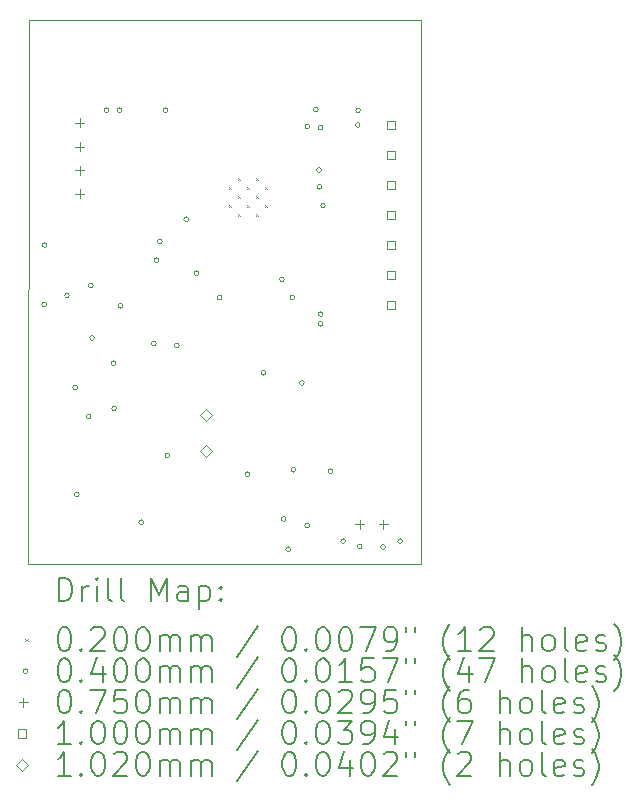
<source format=gbr>
%TF.GenerationSoftware,KiCad,Pcbnew,8.0.2-8.0.2-0~ubuntu22.04.1*%
%TF.CreationDate,2024-05-08T22:35:15+02:00*%
%TF.ProjectId,MailBox_LP_Notifier,4d61696c-426f-4785-9f4c-505f4e6f7469,rev?*%
%TF.SameCoordinates,Original*%
%TF.FileFunction,Drillmap*%
%TF.FilePolarity,Positive*%
%FSLAX45Y45*%
G04 Gerber Fmt 4.5, Leading zero omitted, Abs format (unit mm)*
G04 Created by KiCad (PCBNEW 8.0.2-8.0.2-0~ubuntu22.04.1) date 2024-05-08 22:35:15*
%MOMM*%
%LPD*%
G01*
G04 APERTURE LIST*
%ADD10C,0.100000*%
%ADD11C,0.200000*%
%ADD12C,0.102000*%
G04 APERTURE END LIST*
D10*
X11772900Y-10147300D02*
X11777980Y-5542280D01*
X15095220Y-5542280D02*
X15097760Y-10147300D01*
X11777980Y-5542280D02*
X15095220Y-5542280D01*
X15097760Y-10147300D02*
X11772900Y-10147300D01*
D11*
D10*
X13469100Y-6954290D02*
X13489100Y-6974290D01*
X13489100Y-6954290D02*
X13469100Y-6974290D01*
X13469100Y-7106790D02*
X13489100Y-7126790D01*
X13489100Y-7106790D02*
X13469100Y-7126790D01*
X13545350Y-6878040D02*
X13565350Y-6898040D01*
X13565350Y-6878040D02*
X13545350Y-6898040D01*
X13545350Y-7030540D02*
X13565350Y-7050540D01*
X13565350Y-7030540D02*
X13545350Y-7050540D01*
X13545350Y-7183040D02*
X13565350Y-7203040D01*
X13565350Y-7183040D02*
X13545350Y-7203040D01*
X13621600Y-6954290D02*
X13641600Y-6974290D01*
X13641600Y-6954290D02*
X13621600Y-6974290D01*
X13621600Y-7106790D02*
X13641600Y-7126790D01*
X13641600Y-7106790D02*
X13621600Y-7126790D01*
X13697850Y-6878040D02*
X13717850Y-6898040D01*
X13717850Y-6878040D02*
X13697850Y-6898040D01*
X13697850Y-7030540D02*
X13717850Y-7050540D01*
X13717850Y-7030540D02*
X13697850Y-7050540D01*
X13697850Y-7183040D02*
X13717850Y-7203040D01*
X13717850Y-7183040D02*
X13697850Y-7203040D01*
X13774100Y-6954290D02*
X13794100Y-6974290D01*
X13794100Y-6954290D02*
X13774100Y-6974290D01*
X13774100Y-7106790D02*
X13794100Y-7126790D01*
X13794100Y-7106790D02*
X13774100Y-7126790D01*
X11927520Y-7950200D02*
G75*
G02*
X11887520Y-7950200I-20000J0D01*
G01*
X11887520Y-7950200D02*
G75*
G02*
X11927520Y-7950200I20000J0D01*
G01*
X11930060Y-7447280D02*
G75*
G02*
X11890060Y-7447280I-20000J0D01*
G01*
X11890060Y-7447280D02*
G75*
G02*
X11930060Y-7447280I20000J0D01*
G01*
X12119320Y-7875240D02*
G75*
G02*
X12079320Y-7875240I-20000J0D01*
G01*
X12079320Y-7875240D02*
G75*
G02*
X12119320Y-7875240I20000J0D01*
G01*
X12189140Y-8653780D02*
G75*
G02*
X12149140Y-8653780I-20000J0D01*
G01*
X12149140Y-8653780D02*
G75*
G02*
X12189140Y-8653780I20000J0D01*
G01*
X12201840Y-9558020D02*
G75*
G02*
X12161840Y-9558020I-20000J0D01*
G01*
X12161840Y-9558020D02*
G75*
G02*
X12201840Y-9558020I20000J0D01*
G01*
X12301960Y-8899100D02*
G75*
G02*
X12261960Y-8899100I-20000J0D01*
G01*
X12261960Y-8899100D02*
G75*
G02*
X12301960Y-8899100I20000J0D01*
G01*
X12321220Y-7790180D02*
G75*
G02*
X12281220Y-7790180I-20000J0D01*
G01*
X12281220Y-7790180D02*
G75*
G02*
X12321220Y-7790180I20000J0D01*
G01*
X12332650Y-8233410D02*
G75*
G02*
X12292650Y-8233410I-20000J0D01*
G01*
X12292650Y-8233410D02*
G75*
G02*
X12332650Y-8233410I20000J0D01*
G01*
X12453300Y-6306040D02*
G75*
G02*
X12413300Y-6306040I-20000J0D01*
G01*
X12413300Y-6306040D02*
G75*
G02*
X12453300Y-6306040I20000J0D01*
G01*
X12514260Y-8448040D02*
G75*
G02*
X12474260Y-8448040I-20000J0D01*
G01*
X12474260Y-8448040D02*
G75*
G02*
X12514260Y-8448040I20000J0D01*
G01*
X12518100Y-8830280D02*
G75*
G02*
X12478100Y-8830280I-20000J0D01*
G01*
X12478100Y-8830280D02*
G75*
G02*
X12518100Y-8830280I20000J0D01*
G01*
X12563300Y-6306040D02*
G75*
G02*
X12523300Y-6306040I-20000J0D01*
G01*
X12523300Y-6306040D02*
G75*
G02*
X12563300Y-6306040I20000J0D01*
G01*
X12572680Y-7960360D02*
G75*
G02*
X12532680Y-7960360I-20000J0D01*
G01*
X12532680Y-7960360D02*
G75*
G02*
X12572680Y-7960360I20000J0D01*
G01*
X12747940Y-9794240D02*
G75*
G02*
X12707940Y-9794240I-20000J0D01*
G01*
X12707940Y-9794240D02*
G75*
G02*
X12747940Y-9794240I20000J0D01*
G01*
X12854620Y-8282940D02*
G75*
G02*
X12814620Y-8282940I-20000J0D01*
G01*
X12814620Y-8282940D02*
G75*
G02*
X12854620Y-8282940I20000J0D01*
G01*
X12877480Y-7574280D02*
G75*
G02*
X12837480Y-7574280I-20000J0D01*
G01*
X12837480Y-7574280D02*
G75*
G02*
X12877480Y-7574280I20000J0D01*
G01*
X12905420Y-7419340D02*
G75*
G02*
X12865420Y-7419340I-20000J0D01*
G01*
X12865420Y-7419340D02*
G75*
G02*
X12905420Y-7419340I20000J0D01*
G01*
X12953680Y-6306820D02*
G75*
G02*
X12913680Y-6306820I-20000J0D01*
G01*
X12913680Y-6306820D02*
G75*
G02*
X12953680Y-6306820I20000J0D01*
G01*
X12968920Y-9230360D02*
G75*
G02*
X12928920Y-9230360I-20000J0D01*
G01*
X12928920Y-9230360D02*
G75*
G02*
X12968920Y-9230360I20000J0D01*
G01*
X13048880Y-8296960D02*
G75*
G02*
X13008880Y-8296960I-20000J0D01*
G01*
X13008880Y-8296960D02*
G75*
G02*
X13048880Y-8296960I20000J0D01*
G01*
X13128940Y-7228840D02*
G75*
G02*
X13088940Y-7228840I-20000J0D01*
G01*
X13088940Y-7228840D02*
G75*
G02*
X13128940Y-7228840I20000J0D01*
G01*
X13215508Y-7685849D02*
G75*
G02*
X13175508Y-7685849I-20000J0D01*
G01*
X13175508Y-7685849D02*
G75*
G02*
X13215508Y-7685849I20000J0D01*
G01*
X13410880Y-7891780D02*
G75*
G02*
X13370880Y-7891780I-20000J0D01*
G01*
X13370880Y-7891780D02*
G75*
G02*
X13410880Y-7891780I20000J0D01*
G01*
X13647100Y-9387840D02*
G75*
G02*
X13607100Y-9387840I-20000J0D01*
G01*
X13607100Y-9387840D02*
G75*
G02*
X13647100Y-9387840I20000J0D01*
G01*
X13781788Y-8529803D02*
G75*
G02*
X13741788Y-8529803I-20000J0D01*
G01*
X13741788Y-8529803D02*
G75*
G02*
X13781788Y-8529803I20000J0D01*
G01*
X13939200Y-7736840D02*
G75*
G02*
X13899200Y-7736840I-20000J0D01*
G01*
X13899200Y-7736840D02*
G75*
G02*
X13939200Y-7736840I20000J0D01*
G01*
X13954010Y-9766730D02*
G75*
G02*
X13914010Y-9766730I-20000J0D01*
G01*
X13914010Y-9766730D02*
G75*
G02*
X13954010Y-9766730I20000J0D01*
G01*
X13992540Y-10022840D02*
G75*
G02*
X13952540Y-10022840I-20000J0D01*
G01*
X13952540Y-10022840D02*
G75*
G02*
X13992540Y-10022840I20000J0D01*
G01*
X14028100Y-7891780D02*
G75*
G02*
X13988100Y-7891780I-20000J0D01*
G01*
X13988100Y-7891780D02*
G75*
G02*
X14028100Y-7891780I20000J0D01*
G01*
X14035660Y-9349800D02*
G75*
G02*
X13995660Y-9349800I-20000J0D01*
G01*
X13995660Y-9349800D02*
G75*
G02*
X14035660Y-9349800I20000J0D01*
G01*
X14108060Y-8614460D02*
G75*
G02*
X14068060Y-8614460I-20000J0D01*
G01*
X14068060Y-8614460D02*
G75*
G02*
X14108060Y-8614460I20000J0D01*
G01*
X14152560Y-9822180D02*
G75*
G02*
X14112560Y-9822180I-20000J0D01*
G01*
X14112560Y-9822180D02*
G75*
G02*
X14152560Y-9822180I20000J0D01*
G01*
X14155100Y-6443980D02*
G75*
G02*
X14115100Y-6443980I-20000J0D01*
G01*
X14115100Y-6443980D02*
G75*
G02*
X14155100Y-6443980I20000J0D01*
G01*
X14225000Y-6300000D02*
G75*
G02*
X14185000Y-6300000I-20000J0D01*
G01*
X14185000Y-6300000D02*
G75*
G02*
X14225000Y-6300000I20000J0D01*
G01*
X14251999Y-6811901D02*
G75*
G02*
X14211999Y-6811901I-20000J0D01*
G01*
X14211999Y-6811901D02*
G75*
G02*
X14251999Y-6811901I20000J0D01*
G01*
X14256700Y-6954520D02*
G75*
G02*
X14216700Y-6954520I-20000J0D01*
G01*
X14216700Y-6954520D02*
G75*
G02*
X14256700Y-6954520I20000J0D01*
G01*
X14266149Y-6452498D02*
G75*
G02*
X14226149Y-6452498I-20000J0D01*
G01*
X14226149Y-6452498D02*
G75*
G02*
X14266149Y-6452498I20000J0D01*
G01*
X14266860Y-8031480D02*
G75*
G02*
X14226860Y-8031480I-20000J0D01*
G01*
X14226860Y-8031480D02*
G75*
G02*
X14266860Y-8031480I20000J0D01*
G01*
X14266860Y-8115300D02*
G75*
G02*
X14226860Y-8115300I-20000J0D01*
G01*
X14226860Y-8115300D02*
G75*
G02*
X14266860Y-8115300I20000J0D01*
G01*
X14287180Y-7112000D02*
G75*
G02*
X14247180Y-7112000I-20000J0D01*
G01*
X14247180Y-7112000D02*
G75*
G02*
X14287180Y-7112000I20000J0D01*
G01*
X14350680Y-9362440D02*
G75*
G02*
X14310680Y-9362440I-20000J0D01*
G01*
X14310680Y-9362440D02*
G75*
G02*
X14350680Y-9362440I20000J0D01*
G01*
X14457360Y-9954260D02*
G75*
G02*
X14417360Y-9954260I-20000J0D01*
G01*
X14417360Y-9954260D02*
G75*
G02*
X14457360Y-9954260I20000J0D01*
G01*
X14581820Y-6431280D02*
G75*
G02*
X14541820Y-6431280I-20000J0D01*
G01*
X14541820Y-6431280D02*
G75*
G02*
X14581820Y-6431280I20000J0D01*
G01*
X14584360Y-6306820D02*
G75*
G02*
X14544360Y-6306820I-20000J0D01*
G01*
X14544360Y-6306820D02*
G75*
G02*
X14584360Y-6306820I20000J0D01*
G01*
X14597060Y-9999980D02*
G75*
G02*
X14557060Y-9999980I-20000J0D01*
G01*
X14557060Y-9999980D02*
G75*
G02*
X14597060Y-9999980I20000J0D01*
G01*
X14795180Y-10002520D02*
G75*
G02*
X14755180Y-10002520I-20000J0D01*
G01*
X14755180Y-10002520D02*
G75*
G02*
X14795180Y-10002520I20000J0D01*
G01*
X14939960Y-9954260D02*
G75*
G02*
X14899960Y-9954260I-20000J0D01*
G01*
X14899960Y-9954260D02*
G75*
G02*
X14939960Y-9954260I20000J0D01*
G01*
X12205860Y-6375720D02*
X12205860Y-6450720D01*
X12168360Y-6413220D02*
X12243360Y-6413220D01*
X12205860Y-6575720D02*
X12205860Y-6650720D01*
X12168360Y-6613220D02*
X12243360Y-6613220D01*
X12205860Y-6775720D02*
X12205860Y-6850720D01*
X12168360Y-6813220D02*
X12243360Y-6813220D01*
X12205860Y-6975720D02*
X12205860Y-7050720D01*
X12168360Y-7013220D02*
X12243360Y-7013220D01*
X14576120Y-9775400D02*
X14576120Y-9850400D01*
X14538620Y-9812900D02*
X14613620Y-9812900D01*
X14776120Y-9775400D02*
X14776120Y-9850400D01*
X14738620Y-9812900D02*
X14813620Y-9812900D01*
X14879076Y-6468636D02*
X14879076Y-6397924D01*
X14808364Y-6397924D01*
X14808364Y-6468636D01*
X14879076Y-6468636D01*
X14879076Y-6722636D02*
X14879076Y-6651924D01*
X14808364Y-6651924D01*
X14808364Y-6722636D01*
X14879076Y-6722636D01*
X14879076Y-6976636D02*
X14879076Y-6905924D01*
X14808364Y-6905924D01*
X14808364Y-6976636D01*
X14879076Y-6976636D01*
X14879076Y-7230636D02*
X14879076Y-7159924D01*
X14808364Y-7159924D01*
X14808364Y-7230636D01*
X14879076Y-7230636D01*
X14879076Y-7484636D02*
X14879076Y-7413924D01*
X14808364Y-7413924D01*
X14808364Y-7484636D01*
X14879076Y-7484636D01*
X14879076Y-7738636D02*
X14879076Y-7667924D01*
X14808364Y-7667924D01*
X14808364Y-7738636D01*
X14879076Y-7738636D01*
X14879076Y-7992636D02*
X14879076Y-7921924D01*
X14808364Y-7921924D01*
X14808364Y-7992636D01*
X14879076Y-7992636D01*
D12*
X13276580Y-8938180D02*
X13327580Y-8887180D01*
X13276580Y-8836180D01*
X13225580Y-8887180D01*
X13276580Y-8938180D01*
X13276580Y-9238180D02*
X13327580Y-9187180D01*
X13276580Y-9136180D01*
X13225580Y-9187180D01*
X13276580Y-9238180D01*
D11*
X12028677Y-10463784D02*
X12028677Y-10263784D01*
X12028677Y-10263784D02*
X12076296Y-10263784D01*
X12076296Y-10263784D02*
X12104867Y-10273308D01*
X12104867Y-10273308D02*
X12123915Y-10292355D01*
X12123915Y-10292355D02*
X12133439Y-10311403D01*
X12133439Y-10311403D02*
X12142962Y-10349498D01*
X12142962Y-10349498D02*
X12142962Y-10378070D01*
X12142962Y-10378070D02*
X12133439Y-10416165D01*
X12133439Y-10416165D02*
X12123915Y-10435212D01*
X12123915Y-10435212D02*
X12104867Y-10454260D01*
X12104867Y-10454260D02*
X12076296Y-10463784D01*
X12076296Y-10463784D02*
X12028677Y-10463784D01*
X12228677Y-10463784D02*
X12228677Y-10330450D01*
X12228677Y-10368546D02*
X12238201Y-10349498D01*
X12238201Y-10349498D02*
X12247724Y-10339974D01*
X12247724Y-10339974D02*
X12266772Y-10330450D01*
X12266772Y-10330450D02*
X12285820Y-10330450D01*
X12352486Y-10463784D02*
X12352486Y-10330450D01*
X12352486Y-10263784D02*
X12342962Y-10273308D01*
X12342962Y-10273308D02*
X12352486Y-10282831D01*
X12352486Y-10282831D02*
X12362010Y-10273308D01*
X12362010Y-10273308D02*
X12352486Y-10263784D01*
X12352486Y-10263784D02*
X12352486Y-10282831D01*
X12476296Y-10463784D02*
X12457248Y-10454260D01*
X12457248Y-10454260D02*
X12447724Y-10435212D01*
X12447724Y-10435212D02*
X12447724Y-10263784D01*
X12581058Y-10463784D02*
X12562010Y-10454260D01*
X12562010Y-10454260D02*
X12552486Y-10435212D01*
X12552486Y-10435212D02*
X12552486Y-10263784D01*
X12809629Y-10463784D02*
X12809629Y-10263784D01*
X12809629Y-10263784D02*
X12876296Y-10406641D01*
X12876296Y-10406641D02*
X12942962Y-10263784D01*
X12942962Y-10263784D02*
X12942962Y-10463784D01*
X13123915Y-10463784D02*
X13123915Y-10359022D01*
X13123915Y-10359022D02*
X13114391Y-10339974D01*
X13114391Y-10339974D02*
X13095343Y-10330450D01*
X13095343Y-10330450D02*
X13057248Y-10330450D01*
X13057248Y-10330450D02*
X13038201Y-10339974D01*
X13123915Y-10454260D02*
X13104867Y-10463784D01*
X13104867Y-10463784D02*
X13057248Y-10463784D01*
X13057248Y-10463784D02*
X13038201Y-10454260D01*
X13038201Y-10454260D02*
X13028677Y-10435212D01*
X13028677Y-10435212D02*
X13028677Y-10416165D01*
X13028677Y-10416165D02*
X13038201Y-10397117D01*
X13038201Y-10397117D02*
X13057248Y-10387593D01*
X13057248Y-10387593D02*
X13104867Y-10387593D01*
X13104867Y-10387593D02*
X13123915Y-10378070D01*
X13219153Y-10330450D02*
X13219153Y-10530450D01*
X13219153Y-10339974D02*
X13238201Y-10330450D01*
X13238201Y-10330450D02*
X13276296Y-10330450D01*
X13276296Y-10330450D02*
X13295343Y-10339974D01*
X13295343Y-10339974D02*
X13304867Y-10349498D01*
X13304867Y-10349498D02*
X13314391Y-10368546D01*
X13314391Y-10368546D02*
X13314391Y-10425689D01*
X13314391Y-10425689D02*
X13304867Y-10444736D01*
X13304867Y-10444736D02*
X13295343Y-10454260D01*
X13295343Y-10454260D02*
X13276296Y-10463784D01*
X13276296Y-10463784D02*
X13238201Y-10463784D01*
X13238201Y-10463784D02*
X13219153Y-10454260D01*
X13400105Y-10444736D02*
X13409629Y-10454260D01*
X13409629Y-10454260D02*
X13400105Y-10463784D01*
X13400105Y-10463784D02*
X13390582Y-10454260D01*
X13390582Y-10454260D02*
X13400105Y-10444736D01*
X13400105Y-10444736D02*
X13400105Y-10463784D01*
X13400105Y-10339974D02*
X13409629Y-10349498D01*
X13409629Y-10349498D02*
X13400105Y-10359022D01*
X13400105Y-10359022D02*
X13390582Y-10349498D01*
X13390582Y-10349498D02*
X13400105Y-10339974D01*
X13400105Y-10339974D02*
X13400105Y-10359022D01*
D10*
X11747900Y-10782300D02*
X11767900Y-10802300D01*
X11767900Y-10782300D02*
X11747900Y-10802300D01*
D11*
X12066772Y-10683784D02*
X12085820Y-10683784D01*
X12085820Y-10683784D02*
X12104867Y-10693308D01*
X12104867Y-10693308D02*
X12114391Y-10702831D01*
X12114391Y-10702831D02*
X12123915Y-10721879D01*
X12123915Y-10721879D02*
X12133439Y-10759974D01*
X12133439Y-10759974D02*
X12133439Y-10807593D01*
X12133439Y-10807593D02*
X12123915Y-10845689D01*
X12123915Y-10845689D02*
X12114391Y-10864736D01*
X12114391Y-10864736D02*
X12104867Y-10874260D01*
X12104867Y-10874260D02*
X12085820Y-10883784D01*
X12085820Y-10883784D02*
X12066772Y-10883784D01*
X12066772Y-10883784D02*
X12047724Y-10874260D01*
X12047724Y-10874260D02*
X12038201Y-10864736D01*
X12038201Y-10864736D02*
X12028677Y-10845689D01*
X12028677Y-10845689D02*
X12019153Y-10807593D01*
X12019153Y-10807593D02*
X12019153Y-10759974D01*
X12019153Y-10759974D02*
X12028677Y-10721879D01*
X12028677Y-10721879D02*
X12038201Y-10702831D01*
X12038201Y-10702831D02*
X12047724Y-10693308D01*
X12047724Y-10693308D02*
X12066772Y-10683784D01*
X12219153Y-10864736D02*
X12228677Y-10874260D01*
X12228677Y-10874260D02*
X12219153Y-10883784D01*
X12219153Y-10883784D02*
X12209629Y-10874260D01*
X12209629Y-10874260D02*
X12219153Y-10864736D01*
X12219153Y-10864736D02*
X12219153Y-10883784D01*
X12304867Y-10702831D02*
X12314391Y-10693308D01*
X12314391Y-10693308D02*
X12333439Y-10683784D01*
X12333439Y-10683784D02*
X12381058Y-10683784D01*
X12381058Y-10683784D02*
X12400105Y-10693308D01*
X12400105Y-10693308D02*
X12409629Y-10702831D01*
X12409629Y-10702831D02*
X12419153Y-10721879D01*
X12419153Y-10721879D02*
X12419153Y-10740927D01*
X12419153Y-10740927D02*
X12409629Y-10769498D01*
X12409629Y-10769498D02*
X12295343Y-10883784D01*
X12295343Y-10883784D02*
X12419153Y-10883784D01*
X12542962Y-10683784D02*
X12562010Y-10683784D01*
X12562010Y-10683784D02*
X12581058Y-10693308D01*
X12581058Y-10693308D02*
X12590582Y-10702831D01*
X12590582Y-10702831D02*
X12600105Y-10721879D01*
X12600105Y-10721879D02*
X12609629Y-10759974D01*
X12609629Y-10759974D02*
X12609629Y-10807593D01*
X12609629Y-10807593D02*
X12600105Y-10845689D01*
X12600105Y-10845689D02*
X12590582Y-10864736D01*
X12590582Y-10864736D02*
X12581058Y-10874260D01*
X12581058Y-10874260D02*
X12562010Y-10883784D01*
X12562010Y-10883784D02*
X12542962Y-10883784D01*
X12542962Y-10883784D02*
X12523915Y-10874260D01*
X12523915Y-10874260D02*
X12514391Y-10864736D01*
X12514391Y-10864736D02*
X12504867Y-10845689D01*
X12504867Y-10845689D02*
X12495343Y-10807593D01*
X12495343Y-10807593D02*
X12495343Y-10759974D01*
X12495343Y-10759974D02*
X12504867Y-10721879D01*
X12504867Y-10721879D02*
X12514391Y-10702831D01*
X12514391Y-10702831D02*
X12523915Y-10693308D01*
X12523915Y-10693308D02*
X12542962Y-10683784D01*
X12733439Y-10683784D02*
X12752486Y-10683784D01*
X12752486Y-10683784D02*
X12771534Y-10693308D01*
X12771534Y-10693308D02*
X12781058Y-10702831D01*
X12781058Y-10702831D02*
X12790582Y-10721879D01*
X12790582Y-10721879D02*
X12800105Y-10759974D01*
X12800105Y-10759974D02*
X12800105Y-10807593D01*
X12800105Y-10807593D02*
X12790582Y-10845689D01*
X12790582Y-10845689D02*
X12781058Y-10864736D01*
X12781058Y-10864736D02*
X12771534Y-10874260D01*
X12771534Y-10874260D02*
X12752486Y-10883784D01*
X12752486Y-10883784D02*
X12733439Y-10883784D01*
X12733439Y-10883784D02*
X12714391Y-10874260D01*
X12714391Y-10874260D02*
X12704867Y-10864736D01*
X12704867Y-10864736D02*
X12695343Y-10845689D01*
X12695343Y-10845689D02*
X12685820Y-10807593D01*
X12685820Y-10807593D02*
X12685820Y-10759974D01*
X12685820Y-10759974D02*
X12695343Y-10721879D01*
X12695343Y-10721879D02*
X12704867Y-10702831D01*
X12704867Y-10702831D02*
X12714391Y-10693308D01*
X12714391Y-10693308D02*
X12733439Y-10683784D01*
X12885820Y-10883784D02*
X12885820Y-10750450D01*
X12885820Y-10769498D02*
X12895343Y-10759974D01*
X12895343Y-10759974D02*
X12914391Y-10750450D01*
X12914391Y-10750450D02*
X12942963Y-10750450D01*
X12942963Y-10750450D02*
X12962010Y-10759974D01*
X12962010Y-10759974D02*
X12971534Y-10779022D01*
X12971534Y-10779022D02*
X12971534Y-10883784D01*
X12971534Y-10779022D02*
X12981058Y-10759974D01*
X12981058Y-10759974D02*
X13000105Y-10750450D01*
X13000105Y-10750450D02*
X13028677Y-10750450D01*
X13028677Y-10750450D02*
X13047724Y-10759974D01*
X13047724Y-10759974D02*
X13057248Y-10779022D01*
X13057248Y-10779022D02*
X13057248Y-10883784D01*
X13152486Y-10883784D02*
X13152486Y-10750450D01*
X13152486Y-10769498D02*
X13162010Y-10759974D01*
X13162010Y-10759974D02*
X13181058Y-10750450D01*
X13181058Y-10750450D02*
X13209629Y-10750450D01*
X13209629Y-10750450D02*
X13228677Y-10759974D01*
X13228677Y-10759974D02*
X13238201Y-10779022D01*
X13238201Y-10779022D02*
X13238201Y-10883784D01*
X13238201Y-10779022D02*
X13247724Y-10759974D01*
X13247724Y-10759974D02*
X13266772Y-10750450D01*
X13266772Y-10750450D02*
X13295343Y-10750450D01*
X13295343Y-10750450D02*
X13314391Y-10759974D01*
X13314391Y-10759974D02*
X13323915Y-10779022D01*
X13323915Y-10779022D02*
X13323915Y-10883784D01*
X13714391Y-10674260D02*
X13542963Y-10931403D01*
X13971534Y-10683784D02*
X13990582Y-10683784D01*
X13990582Y-10683784D02*
X14009629Y-10693308D01*
X14009629Y-10693308D02*
X14019153Y-10702831D01*
X14019153Y-10702831D02*
X14028677Y-10721879D01*
X14028677Y-10721879D02*
X14038201Y-10759974D01*
X14038201Y-10759974D02*
X14038201Y-10807593D01*
X14038201Y-10807593D02*
X14028677Y-10845689D01*
X14028677Y-10845689D02*
X14019153Y-10864736D01*
X14019153Y-10864736D02*
X14009629Y-10874260D01*
X14009629Y-10874260D02*
X13990582Y-10883784D01*
X13990582Y-10883784D02*
X13971534Y-10883784D01*
X13971534Y-10883784D02*
X13952486Y-10874260D01*
X13952486Y-10874260D02*
X13942963Y-10864736D01*
X13942963Y-10864736D02*
X13933439Y-10845689D01*
X13933439Y-10845689D02*
X13923915Y-10807593D01*
X13923915Y-10807593D02*
X13923915Y-10759974D01*
X13923915Y-10759974D02*
X13933439Y-10721879D01*
X13933439Y-10721879D02*
X13942963Y-10702831D01*
X13942963Y-10702831D02*
X13952486Y-10693308D01*
X13952486Y-10693308D02*
X13971534Y-10683784D01*
X14123915Y-10864736D02*
X14133439Y-10874260D01*
X14133439Y-10874260D02*
X14123915Y-10883784D01*
X14123915Y-10883784D02*
X14114391Y-10874260D01*
X14114391Y-10874260D02*
X14123915Y-10864736D01*
X14123915Y-10864736D02*
X14123915Y-10883784D01*
X14257248Y-10683784D02*
X14276296Y-10683784D01*
X14276296Y-10683784D02*
X14295344Y-10693308D01*
X14295344Y-10693308D02*
X14304867Y-10702831D01*
X14304867Y-10702831D02*
X14314391Y-10721879D01*
X14314391Y-10721879D02*
X14323915Y-10759974D01*
X14323915Y-10759974D02*
X14323915Y-10807593D01*
X14323915Y-10807593D02*
X14314391Y-10845689D01*
X14314391Y-10845689D02*
X14304867Y-10864736D01*
X14304867Y-10864736D02*
X14295344Y-10874260D01*
X14295344Y-10874260D02*
X14276296Y-10883784D01*
X14276296Y-10883784D02*
X14257248Y-10883784D01*
X14257248Y-10883784D02*
X14238201Y-10874260D01*
X14238201Y-10874260D02*
X14228677Y-10864736D01*
X14228677Y-10864736D02*
X14219153Y-10845689D01*
X14219153Y-10845689D02*
X14209629Y-10807593D01*
X14209629Y-10807593D02*
X14209629Y-10759974D01*
X14209629Y-10759974D02*
X14219153Y-10721879D01*
X14219153Y-10721879D02*
X14228677Y-10702831D01*
X14228677Y-10702831D02*
X14238201Y-10693308D01*
X14238201Y-10693308D02*
X14257248Y-10683784D01*
X14447725Y-10683784D02*
X14466772Y-10683784D01*
X14466772Y-10683784D02*
X14485820Y-10693308D01*
X14485820Y-10693308D02*
X14495344Y-10702831D01*
X14495344Y-10702831D02*
X14504867Y-10721879D01*
X14504867Y-10721879D02*
X14514391Y-10759974D01*
X14514391Y-10759974D02*
X14514391Y-10807593D01*
X14514391Y-10807593D02*
X14504867Y-10845689D01*
X14504867Y-10845689D02*
X14495344Y-10864736D01*
X14495344Y-10864736D02*
X14485820Y-10874260D01*
X14485820Y-10874260D02*
X14466772Y-10883784D01*
X14466772Y-10883784D02*
X14447725Y-10883784D01*
X14447725Y-10883784D02*
X14428677Y-10874260D01*
X14428677Y-10874260D02*
X14419153Y-10864736D01*
X14419153Y-10864736D02*
X14409629Y-10845689D01*
X14409629Y-10845689D02*
X14400106Y-10807593D01*
X14400106Y-10807593D02*
X14400106Y-10759974D01*
X14400106Y-10759974D02*
X14409629Y-10721879D01*
X14409629Y-10721879D02*
X14419153Y-10702831D01*
X14419153Y-10702831D02*
X14428677Y-10693308D01*
X14428677Y-10693308D02*
X14447725Y-10683784D01*
X14581058Y-10683784D02*
X14714391Y-10683784D01*
X14714391Y-10683784D02*
X14628677Y-10883784D01*
X14800106Y-10883784D02*
X14838201Y-10883784D01*
X14838201Y-10883784D02*
X14857248Y-10874260D01*
X14857248Y-10874260D02*
X14866772Y-10864736D01*
X14866772Y-10864736D02*
X14885820Y-10836165D01*
X14885820Y-10836165D02*
X14895344Y-10798070D01*
X14895344Y-10798070D02*
X14895344Y-10721879D01*
X14895344Y-10721879D02*
X14885820Y-10702831D01*
X14885820Y-10702831D02*
X14876296Y-10693308D01*
X14876296Y-10693308D02*
X14857248Y-10683784D01*
X14857248Y-10683784D02*
X14819153Y-10683784D01*
X14819153Y-10683784D02*
X14800106Y-10693308D01*
X14800106Y-10693308D02*
X14790582Y-10702831D01*
X14790582Y-10702831D02*
X14781058Y-10721879D01*
X14781058Y-10721879D02*
X14781058Y-10769498D01*
X14781058Y-10769498D02*
X14790582Y-10788546D01*
X14790582Y-10788546D02*
X14800106Y-10798070D01*
X14800106Y-10798070D02*
X14819153Y-10807593D01*
X14819153Y-10807593D02*
X14857248Y-10807593D01*
X14857248Y-10807593D02*
X14876296Y-10798070D01*
X14876296Y-10798070D02*
X14885820Y-10788546D01*
X14885820Y-10788546D02*
X14895344Y-10769498D01*
X14971534Y-10683784D02*
X14971534Y-10721879D01*
X15047725Y-10683784D02*
X15047725Y-10721879D01*
X15342963Y-10959974D02*
X15333439Y-10950450D01*
X15333439Y-10950450D02*
X15314391Y-10921879D01*
X15314391Y-10921879D02*
X15304868Y-10902831D01*
X15304868Y-10902831D02*
X15295344Y-10874260D01*
X15295344Y-10874260D02*
X15285820Y-10826641D01*
X15285820Y-10826641D02*
X15285820Y-10788546D01*
X15285820Y-10788546D02*
X15295344Y-10740927D01*
X15295344Y-10740927D02*
X15304868Y-10712355D01*
X15304868Y-10712355D02*
X15314391Y-10693308D01*
X15314391Y-10693308D02*
X15333439Y-10664736D01*
X15333439Y-10664736D02*
X15342963Y-10655212D01*
X15523915Y-10883784D02*
X15409629Y-10883784D01*
X15466772Y-10883784D02*
X15466772Y-10683784D01*
X15466772Y-10683784D02*
X15447725Y-10712355D01*
X15447725Y-10712355D02*
X15428677Y-10731403D01*
X15428677Y-10731403D02*
X15409629Y-10740927D01*
X15600106Y-10702831D02*
X15609629Y-10693308D01*
X15609629Y-10693308D02*
X15628677Y-10683784D01*
X15628677Y-10683784D02*
X15676296Y-10683784D01*
X15676296Y-10683784D02*
X15695344Y-10693308D01*
X15695344Y-10693308D02*
X15704868Y-10702831D01*
X15704868Y-10702831D02*
X15714391Y-10721879D01*
X15714391Y-10721879D02*
X15714391Y-10740927D01*
X15714391Y-10740927D02*
X15704868Y-10769498D01*
X15704868Y-10769498D02*
X15590582Y-10883784D01*
X15590582Y-10883784D02*
X15714391Y-10883784D01*
X15952487Y-10883784D02*
X15952487Y-10683784D01*
X16038201Y-10883784D02*
X16038201Y-10779022D01*
X16038201Y-10779022D02*
X16028677Y-10759974D01*
X16028677Y-10759974D02*
X16009630Y-10750450D01*
X16009630Y-10750450D02*
X15981058Y-10750450D01*
X15981058Y-10750450D02*
X15962010Y-10759974D01*
X15962010Y-10759974D02*
X15952487Y-10769498D01*
X16162010Y-10883784D02*
X16142963Y-10874260D01*
X16142963Y-10874260D02*
X16133439Y-10864736D01*
X16133439Y-10864736D02*
X16123915Y-10845689D01*
X16123915Y-10845689D02*
X16123915Y-10788546D01*
X16123915Y-10788546D02*
X16133439Y-10769498D01*
X16133439Y-10769498D02*
X16142963Y-10759974D01*
X16142963Y-10759974D02*
X16162010Y-10750450D01*
X16162010Y-10750450D02*
X16190582Y-10750450D01*
X16190582Y-10750450D02*
X16209630Y-10759974D01*
X16209630Y-10759974D02*
X16219153Y-10769498D01*
X16219153Y-10769498D02*
X16228677Y-10788546D01*
X16228677Y-10788546D02*
X16228677Y-10845689D01*
X16228677Y-10845689D02*
X16219153Y-10864736D01*
X16219153Y-10864736D02*
X16209630Y-10874260D01*
X16209630Y-10874260D02*
X16190582Y-10883784D01*
X16190582Y-10883784D02*
X16162010Y-10883784D01*
X16342963Y-10883784D02*
X16323915Y-10874260D01*
X16323915Y-10874260D02*
X16314391Y-10855212D01*
X16314391Y-10855212D02*
X16314391Y-10683784D01*
X16495344Y-10874260D02*
X16476296Y-10883784D01*
X16476296Y-10883784D02*
X16438201Y-10883784D01*
X16438201Y-10883784D02*
X16419153Y-10874260D01*
X16419153Y-10874260D02*
X16409630Y-10855212D01*
X16409630Y-10855212D02*
X16409630Y-10779022D01*
X16409630Y-10779022D02*
X16419153Y-10759974D01*
X16419153Y-10759974D02*
X16438201Y-10750450D01*
X16438201Y-10750450D02*
X16476296Y-10750450D01*
X16476296Y-10750450D02*
X16495344Y-10759974D01*
X16495344Y-10759974D02*
X16504868Y-10779022D01*
X16504868Y-10779022D02*
X16504868Y-10798070D01*
X16504868Y-10798070D02*
X16409630Y-10817117D01*
X16581058Y-10874260D02*
X16600106Y-10883784D01*
X16600106Y-10883784D02*
X16638201Y-10883784D01*
X16638201Y-10883784D02*
X16657249Y-10874260D01*
X16657249Y-10874260D02*
X16666772Y-10855212D01*
X16666772Y-10855212D02*
X16666772Y-10845689D01*
X16666772Y-10845689D02*
X16657249Y-10826641D01*
X16657249Y-10826641D02*
X16638201Y-10817117D01*
X16638201Y-10817117D02*
X16609630Y-10817117D01*
X16609630Y-10817117D02*
X16590582Y-10807593D01*
X16590582Y-10807593D02*
X16581058Y-10788546D01*
X16581058Y-10788546D02*
X16581058Y-10779022D01*
X16581058Y-10779022D02*
X16590582Y-10759974D01*
X16590582Y-10759974D02*
X16609630Y-10750450D01*
X16609630Y-10750450D02*
X16638201Y-10750450D01*
X16638201Y-10750450D02*
X16657249Y-10759974D01*
X16733439Y-10959974D02*
X16742963Y-10950450D01*
X16742963Y-10950450D02*
X16762011Y-10921879D01*
X16762011Y-10921879D02*
X16771534Y-10902831D01*
X16771534Y-10902831D02*
X16781058Y-10874260D01*
X16781058Y-10874260D02*
X16790582Y-10826641D01*
X16790582Y-10826641D02*
X16790582Y-10788546D01*
X16790582Y-10788546D02*
X16781058Y-10740927D01*
X16781058Y-10740927D02*
X16771534Y-10712355D01*
X16771534Y-10712355D02*
X16762011Y-10693308D01*
X16762011Y-10693308D02*
X16742963Y-10664736D01*
X16742963Y-10664736D02*
X16733439Y-10655212D01*
D10*
X11767900Y-11056300D02*
G75*
G02*
X11727900Y-11056300I-20000J0D01*
G01*
X11727900Y-11056300D02*
G75*
G02*
X11767900Y-11056300I20000J0D01*
G01*
D11*
X12066772Y-10947784D02*
X12085820Y-10947784D01*
X12085820Y-10947784D02*
X12104867Y-10957308D01*
X12104867Y-10957308D02*
X12114391Y-10966831D01*
X12114391Y-10966831D02*
X12123915Y-10985879D01*
X12123915Y-10985879D02*
X12133439Y-11023974D01*
X12133439Y-11023974D02*
X12133439Y-11071593D01*
X12133439Y-11071593D02*
X12123915Y-11109689D01*
X12123915Y-11109689D02*
X12114391Y-11128736D01*
X12114391Y-11128736D02*
X12104867Y-11138260D01*
X12104867Y-11138260D02*
X12085820Y-11147784D01*
X12085820Y-11147784D02*
X12066772Y-11147784D01*
X12066772Y-11147784D02*
X12047724Y-11138260D01*
X12047724Y-11138260D02*
X12038201Y-11128736D01*
X12038201Y-11128736D02*
X12028677Y-11109689D01*
X12028677Y-11109689D02*
X12019153Y-11071593D01*
X12019153Y-11071593D02*
X12019153Y-11023974D01*
X12019153Y-11023974D02*
X12028677Y-10985879D01*
X12028677Y-10985879D02*
X12038201Y-10966831D01*
X12038201Y-10966831D02*
X12047724Y-10957308D01*
X12047724Y-10957308D02*
X12066772Y-10947784D01*
X12219153Y-11128736D02*
X12228677Y-11138260D01*
X12228677Y-11138260D02*
X12219153Y-11147784D01*
X12219153Y-11147784D02*
X12209629Y-11138260D01*
X12209629Y-11138260D02*
X12219153Y-11128736D01*
X12219153Y-11128736D02*
X12219153Y-11147784D01*
X12400105Y-11014450D02*
X12400105Y-11147784D01*
X12352486Y-10938260D02*
X12304867Y-11081117D01*
X12304867Y-11081117D02*
X12428677Y-11081117D01*
X12542962Y-10947784D02*
X12562010Y-10947784D01*
X12562010Y-10947784D02*
X12581058Y-10957308D01*
X12581058Y-10957308D02*
X12590582Y-10966831D01*
X12590582Y-10966831D02*
X12600105Y-10985879D01*
X12600105Y-10985879D02*
X12609629Y-11023974D01*
X12609629Y-11023974D02*
X12609629Y-11071593D01*
X12609629Y-11071593D02*
X12600105Y-11109689D01*
X12600105Y-11109689D02*
X12590582Y-11128736D01*
X12590582Y-11128736D02*
X12581058Y-11138260D01*
X12581058Y-11138260D02*
X12562010Y-11147784D01*
X12562010Y-11147784D02*
X12542962Y-11147784D01*
X12542962Y-11147784D02*
X12523915Y-11138260D01*
X12523915Y-11138260D02*
X12514391Y-11128736D01*
X12514391Y-11128736D02*
X12504867Y-11109689D01*
X12504867Y-11109689D02*
X12495343Y-11071593D01*
X12495343Y-11071593D02*
X12495343Y-11023974D01*
X12495343Y-11023974D02*
X12504867Y-10985879D01*
X12504867Y-10985879D02*
X12514391Y-10966831D01*
X12514391Y-10966831D02*
X12523915Y-10957308D01*
X12523915Y-10957308D02*
X12542962Y-10947784D01*
X12733439Y-10947784D02*
X12752486Y-10947784D01*
X12752486Y-10947784D02*
X12771534Y-10957308D01*
X12771534Y-10957308D02*
X12781058Y-10966831D01*
X12781058Y-10966831D02*
X12790582Y-10985879D01*
X12790582Y-10985879D02*
X12800105Y-11023974D01*
X12800105Y-11023974D02*
X12800105Y-11071593D01*
X12800105Y-11071593D02*
X12790582Y-11109689D01*
X12790582Y-11109689D02*
X12781058Y-11128736D01*
X12781058Y-11128736D02*
X12771534Y-11138260D01*
X12771534Y-11138260D02*
X12752486Y-11147784D01*
X12752486Y-11147784D02*
X12733439Y-11147784D01*
X12733439Y-11147784D02*
X12714391Y-11138260D01*
X12714391Y-11138260D02*
X12704867Y-11128736D01*
X12704867Y-11128736D02*
X12695343Y-11109689D01*
X12695343Y-11109689D02*
X12685820Y-11071593D01*
X12685820Y-11071593D02*
X12685820Y-11023974D01*
X12685820Y-11023974D02*
X12695343Y-10985879D01*
X12695343Y-10985879D02*
X12704867Y-10966831D01*
X12704867Y-10966831D02*
X12714391Y-10957308D01*
X12714391Y-10957308D02*
X12733439Y-10947784D01*
X12885820Y-11147784D02*
X12885820Y-11014450D01*
X12885820Y-11033498D02*
X12895343Y-11023974D01*
X12895343Y-11023974D02*
X12914391Y-11014450D01*
X12914391Y-11014450D02*
X12942963Y-11014450D01*
X12942963Y-11014450D02*
X12962010Y-11023974D01*
X12962010Y-11023974D02*
X12971534Y-11043022D01*
X12971534Y-11043022D02*
X12971534Y-11147784D01*
X12971534Y-11043022D02*
X12981058Y-11023974D01*
X12981058Y-11023974D02*
X13000105Y-11014450D01*
X13000105Y-11014450D02*
X13028677Y-11014450D01*
X13028677Y-11014450D02*
X13047724Y-11023974D01*
X13047724Y-11023974D02*
X13057248Y-11043022D01*
X13057248Y-11043022D02*
X13057248Y-11147784D01*
X13152486Y-11147784D02*
X13152486Y-11014450D01*
X13152486Y-11033498D02*
X13162010Y-11023974D01*
X13162010Y-11023974D02*
X13181058Y-11014450D01*
X13181058Y-11014450D02*
X13209629Y-11014450D01*
X13209629Y-11014450D02*
X13228677Y-11023974D01*
X13228677Y-11023974D02*
X13238201Y-11043022D01*
X13238201Y-11043022D02*
X13238201Y-11147784D01*
X13238201Y-11043022D02*
X13247724Y-11023974D01*
X13247724Y-11023974D02*
X13266772Y-11014450D01*
X13266772Y-11014450D02*
X13295343Y-11014450D01*
X13295343Y-11014450D02*
X13314391Y-11023974D01*
X13314391Y-11023974D02*
X13323915Y-11043022D01*
X13323915Y-11043022D02*
X13323915Y-11147784D01*
X13714391Y-10938260D02*
X13542963Y-11195403D01*
X13971534Y-10947784D02*
X13990582Y-10947784D01*
X13990582Y-10947784D02*
X14009629Y-10957308D01*
X14009629Y-10957308D02*
X14019153Y-10966831D01*
X14019153Y-10966831D02*
X14028677Y-10985879D01*
X14028677Y-10985879D02*
X14038201Y-11023974D01*
X14038201Y-11023974D02*
X14038201Y-11071593D01*
X14038201Y-11071593D02*
X14028677Y-11109689D01*
X14028677Y-11109689D02*
X14019153Y-11128736D01*
X14019153Y-11128736D02*
X14009629Y-11138260D01*
X14009629Y-11138260D02*
X13990582Y-11147784D01*
X13990582Y-11147784D02*
X13971534Y-11147784D01*
X13971534Y-11147784D02*
X13952486Y-11138260D01*
X13952486Y-11138260D02*
X13942963Y-11128736D01*
X13942963Y-11128736D02*
X13933439Y-11109689D01*
X13933439Y-11109689D02*
X13923915Y-11071593D01*
X13923915Y-11071593D02*
X13923915Y-11023974D01*
X13923915Y-11023974D02*
X13933439Y-10985879D01*
X13933439Y-10985879D02*
X13942963Y-10966831D01*
X13942963Y-10966831D02*
X13952486Y-10957308D01*
X13952486Y-10957308D02*
X13971534Y-10947784D01*
X14123915Y-11128736D02*
X14133439Y-11138260D01*
X14133439Y-11138260D02*
X14123915Y-11147784D01*
X14123915Y-11147784D02*
X14114391Y-11138260D01*
X14114391Y-11138260D02*
X14123915Y-11128736D01*
X14123915Y-11128736D02*
X14123915Y-11147784D01*
X14257248Y-10947784D02*
X14276296Y-10947784D01*
X14276296Y-10947784D02*
X14295344Y-10957308D01*
X14295344Y-10957308D02*
X14304867Y-10966831D01*
X14304867Y-10966831D02*
X14314391Y-10985879D01*
X14314391Y-10985879D02*
X14323915Y-11023974D01*
X14323915Y-11023974D02*
X14323915Y-11071593D01*
X14323915Y-11071593D02*
X14314391Y-11109689D01*
X14314391Y-11109689D02*
X14304867Y-11128736D01*
X14304867Y-11128736D02*
X14295344Y-11138260D01*
X14295344Y-11138260D02*
X14276296Y-11147784D01*
X14276296Y-11147784D02*
X14257248Y-11147784D01*
X14257248Y-11147784D02*
X14238201Y-11138260D01*
X14238201Y-11138260D02*
X14228677Y-11128736D01*
X14228677Y-11128736D02*
X14219153Y-11109689D01*
X14219153Y-11109689D02*
X14209629Y-11071593D01*
X14209629Y-11071593D02*
X14209629Y-11023974D01*
X14209629Y-11023974D02*
X14219153Y-10985879D01*
X14219153Y-10985879D02*
X14228677Y-10966831D01*
X14228677Y-10966831D02*
X14238201Y-10957308D01*
X14238201Y-10957308D02*
X14257248Y-10947784D01*
X14514391Y-11147784D02*
X14400106Y-11147784D01*
X14457248Y-11147784D02*
X14457248Y-10947784D01*
X14457248Y-10947784D02*
X14438201Y-10976355D01*
X14438201Y-10976355D02*
X14419153Y-10995403D01*
X14419153Y-10995403D02*
X14400106Y-11004927D01*
X14695344Y-10947784D02*
X14600106Y-10947784D01*
X14600106Y-10947784D02*
X14590582Y-11043022D01*
X14590582Y-11043022D02*
X14600106Y-11033498D01*
X14600106Y-11033498D02*
X14619153Y-11023974D01*
X14619153Y-11023974D02*
X14666772Y-11023974D01*
X14666772Y-11023974D02*
X14685820Y-11033498D01*
X14685820Y-11033498D02*
X14695344Y-11043022D01*
X14695344Y-11043022D02*
X14704867Y-11062070D01*
X14704867Y-11062070D02*
X14704867Y-11109689D01*
X14704867Y-11109689D02*
X14695344Y-11128736D01*
X14695344Y-11128736D02*
X14685820Y-11138260D01*
X14685820Y-11138260D02*
X14666772Y-11147784D01*
X14666772Y-11147784D02*
X14619153Y-11147784D01*
X14619153Y-11147784D02*
X14600106Y-11138260D01*
X14600106Y-11138260D02*
X14590582Y-11128736D01*
X14771534Y-10947784D02*
X14904867Y-10947784D01*
X14904867Y-10947784D02*
X14819153Y-11147784D01*
X14971534Y-10947784D02*
X14971534Y-10985879D01*
X15047725Y-10947784D02*
X15047725Y-10985879D01*
X15342963Y-11223974D02*
X15333439Y-11214450D01*
X15333439Y-11214450D02*
X15314391Y-11185879D01*
X15314391Y-11185879D02*
X15304868Y-11166831D01*
X15304868Y-11166831D02*
X15295344Y-11138260D01*
X15295344Y-11138260D02*
X15285820Y-11090641D01*
X15285820Y-11090641D02*
X15285820Y-11052546D01*
X15285820Y-11052546D02*
X15295344Y-11004927D01*
X15295344Y-11004927D02*
X15304868Y-10976355D01*
X15304868Y-10976355D02*
X15314391Y-10957308D01*
X15314391Y-10957308D02*
X15333439Y-10928736D01*
X15333439Y-10928736D02*
X15342963Y-10919212D01*
X15504868Y-11014450D02*
X15504868Y-11147784D01*
X15457248Y-10938260D02*
X15409629Y-11081117D01*
X15409629Y-11081117D02*
X15533439Y-11081117D01*
X15590582Y-10947784D02*
X15723915Y-10947784D01*
X15723915Y-10947784D02*
X15638201Y-11147784D01*
X15952487Y-11147784D02*
X15952487Y-10947784D01*
X16038201Y-11147784D02*
X16038201Y-11043022D01*
X16038201Y-11043022D02*
X16028677Y-11023974D01*
X16028677Y-11023974D02*
X16009630Y-11014450D01*
X16009630Y-11014450D02*
X15981058Y-11014450D01*
X15981058Y-11014450D02*
X15962010Y-11023974D01*
X15962010Y-11023974D02*
X15952487Y-11033498D01*
X16162010Y-11147784D02*
X16142963Y-11138260D01*
X16142963Y-11138260D02*
X16133439Y-11128736D01*
X16133439Y-11128736D02*
X16123915Y-11109689D01*
X16123915Y-11109689D02*
X16123915Y-11052546D01*
X16123915Y-11052546D02*
X16133439Y-11033498D01*
X16133439Y-11033498D02*
X16142963Y-11023974D01*
X16142963Y-11023974D02*
X16162010Y-11014450D01*
X16162010Y-11014450D02*
X16190582Y-11014450D01*
X16190582Y-11014450D02*
X16209630Y-11023974D01*
X16209630Y-11023974D02*
X16219153Y-11033498D01*
X16219153Y-11033498D02*
X16228677Y-11052546D01*
X16228677Y-11052546D02*
X16228677Y-11109689D01*
X16228677Y-11109689D02*
X16219153Y-11128736D01*
X16219153Y-11128736D02*
X16209630Y-11138260D01*
X16209630Y-11138260D02*
X16190582Y-11147784D01*
X16190582Y-11147784D02*
X16162010Y-11147784D01*
X16342963Y-11147784D02*
X16323915Y-11138260D01*
X16323915Y-11138260D02*
X16314391Y-11119212D01*
X16314391Y-11119212D02*
X16314391Y-10947784D01*
X16495344Y-11138260D02*
X16476296Y-11147784D01*
X16476296Y-11147784D02*
X16438201Y-11147784D01*
X16438201Y-11147784D02*
X16419153Y-11138260D01*
X16419153Y-11138260D02*
X16409630Y-11119212D01*
X16409630Y-11119212D02*
X16409630Y-11043022D01*
X16409630Y-11043022D02*
X16419153Y-11023974D01*
X16419153Y-11023974D02*
X16438201Y-11014450D01*
X16438201Y-11014450D02*
X16476296Y-11014450D01*
X16476296Y-11014450D02*
X16495344Y-11023974D01*
X16495344Y-11023974D02*
X16504868Y-11043022D01*
X16504868Y-11043022D02*
X16504868Y-11062070D01*
X16504868Y-11062070D02*
X16409630Y-11081117D01*
X16581058Y-11138260D02*
X16600106Y-11147784D01*
X16600106Y-11147784D02*
X16638201Y-11147784D01*
X16638201Y-11147784D02*
X16657249Y-11138260D01*
X16657249Y-11138260D02*
X16666772Y-11119212D01*
X16666772Y-11119212D02*
X16666772Y-11109689D01*
X16666772Y-11109689D02*
X16657249Y-11090641D01*
X16657249Y-11090641D02*
X16638201Y-11081117D01*
X16638201Y-11081117D02*
X16609630Y-11081117D01*
X16609630Y-11081117D02*
X16590582Y-11071593D01*
X16590582Y-11071593D02*
X16581058Y-11052546D01*
X16581058Y-11052546D02*
X16581058Y-11043022D01*
X16581058Y-11043022D02*
X16590582Y-11023974D01*
X16590582Y-11023974D02*
X16609630Y-11014450D01*
X16609630Y-11014450D02*
X16638201Y-11014450D01*
X16638201Y-11014450D02*
X16657249Y-11023974D01*
X16733439Y-11223974D02*
X16742963Y-11214450D01*
X16742963Y-11214450D02*
X16762011Y-11185879D01*
X16762011Y-11185879D02*
X16771534Y-11166831D01*
X16771534Y-11166831D02*
X16781058Y-11138260D01*
X16781058Y-11138260D02*
X16790582Y-11090641D01*
X16790582Y-11090641D02*
X16790582Y-11052546D01*
X16790582Y-11052546D02*
X16781058Y-11004927D01*
X16781058Y-11004927D02*
X16771534Y-10976355D01*
X16771534Y-10976355D02*
X16762011Y-10957308D01*
X16762011Y-10957308D02*
X16742963Y-10928736D01*
X16742963Y-10928736D02*
X16733439Y-10919212D01*
D10*
X11730400Y-11282800D02*
X11730400Y-11357800D01*
X11692900Y-11320300D02*
X11767900Y-11320300D01*
D11*
X12066772Y-11211784D02*
X12085820Y-11211784D01*
X12085820Y-11211784D02*
X12104867Y-11221308D01*
X12104867Y-11221308D02*
X12114391Y-11230831D01*
X12114391Y-11230831D02*
X12123915Y-11249879D01*
X12123915Y-11249879D02*
X12133439Y-11287974D01*
X12133439Y-11287974D02*
X12133439Y-11335593D01*
X12133439Y-11335593D02*
X12123915Y-11373688D01*
X12123915Y-11373688D02*
X12114391Y-11392736D01*
X12114391Y-11392736D02*
X12104867Y-11402260D01*
X12104867Y-11402260D02*
X12085820Y-11411784D01*
X12085820Y-11411784D02*
X12066772Y-11411784D01*
X12066772Y-11411784D02*
X12047724Y-11402260D01*
X12047724Y-11402260D02*
X12038201Y-11392736D01*
X12038201Y-11392736D02*
X12028677Y-11373688D01*
X12028677Y-11373688D02*
X12019153Y-11335593D01*
X12019153Y-11335593D02*
X12019153Y-11287974D01*
X12019153Y-11287974D02*
X12028677Y-11249879D01*
X12028677Y-11249879D02*
X12038201Y-11230831D01*
X12038201Y-11230831D02*
X12047724Y-11221308D01*
X12047724Y-11221308D02*
X12066772Y-11211784D01*
X12219153Y-11392736D02*
X12228677Y-11402260D01*
X12228677Y-11402260D02*
X12219153Y-11411784D01*
X12219153Y-11411784D02*
X12209629Y-11402260D01*
X12209629Y-11402260D02*
X12219153Y-11392736D01*
X12219153Y-11392736D02*
X12219153Y-11411784D01*
X12295343Y-11211784D02*
X12428677Y-11211784D01*
X12428677Y-11211784D02*
X12342962Y-11411784D01*
X12600105Y-11211784D02*
X12504867Y-11211784D01*
X12504867Y-11211784D02*
X12495343Y-11307022D01*
X12495343Y-11307022D02*
X12504867Y-11297498D01*
X12504867Y-11297498D02*
X12523915Y-11287974D01*
X12523915Y-11287974D02*
X12571534Y-11287974D01*
X12571534Y-11287974D02*
X12590582Y-11297498D01*
X12590582Y-11297498D02*
X12600105Y-11307022D01*
X12600105Y-11307022D02*
X12609629Y-11326069D01*
X12609629Y-11326069D02*
X12609629Y-11373688D01*
X12609629Y-11373688D02*
X12600105Y-11392736D01*
X12600105Y-11392736D02*
X12590582Y-11402260D01*
X12590582Y-11402260D02*
X12571534Y-11411784D01*
X12571534Y-11411784D02*
X12523915Y-11411784D01*
X12523915Y-11411784D02*
X12504867Y-11402260D01*
X12504867Y-11402260D02*
X12495343Y-11392736D01*
X12733439Y-11211784D02*
X12752486Y-11211784D01*
X12752486Y-11211784D02*
X12771534Y-11221308D01*
X12771534Y-11221308D02*
X12781058Y-11230831D01*
X12781058Y-11230831D02*
X12790582Y-11249879D01*
X12790582Y-11249879D02*
X12800105Y-11287974D01*
X12800105Y-11287974D02*
X12800105Y-11335593D01*
X12800105Y-11335593D02*
X12790582Y-11373688D01*
X12790582Y-11373688D02*
X12781058Y-11392736D01*
X12781058Y-11392736D02*
X12771534Y-11402260D01*
X12771534Y-11402260D02*
X12752486Y-11411784D01*
X12752486Y-11411784D02*
X12733439Y-11411784D01*
X12733439Y-11411784D02*
X12714391Y-11402260D01*
X12714391Y-11402260D02*
X12704867Y-11392736D01*
X12704867Y-11392736D02*
X12695343Y-11373688D01*
X12695343Y-11373688D02*
X12685820Y-11335593D01*
X12685820Y-11335593D02*
X12685820Y-11287974D01*
X12685820Y-11287974D02*
X12695343Y-11249879D01*
X12695343Y-11249879D02*
X12704867Y-11230831D01*
X12704867Y-11230831D02*
X12714391Y-11221308D01*
X12714391Y-11221308D02*
X12733439Y-11211784D01*
X12885820Y-11411784D02*
X12885820Y-11278450D01*
X12885820Y-11297498D02*
X12895343Y-11287974D01*
X12895343Y-11287974D02*
X12914391Y-11278450D01*
X12914391Y-11278450D02*
X12942963Y-11278450D01*
X12942963Y-11278450D02*
X12962010Y-11287974D01*
X12962010Y-11287974D02*
X12971534Y-11307022D01*
X12971534Y-11307022D02*
X12971534Y-11411784D01*
X12971534Y-11307022D02*
X12981058Y-11287974D01*
X12981058Y-11287974D02*
X13000105Y-11278450D01*
X13000105Y-11278450D02*
X13028677Y-11278450D01*
X13028677Y-11278450D02*
X13047724Y-11287974D01*
X13047724Y-11287974D02*
X13057248Y-11307022D01*
X13057248Y-11307022D02*
X13057248Y-11411784D01*
X13152486Y-11411784D02*
X13152486Y-11278450D01*
X13152486Y-11297498D02*
X13162010Y-11287974D01*
X13162010Y-11287974D02*
X13181058Y-11278450D01*
X13181058Y-11278450D02*
X13209629Y-11278450D01*
X13209629Y-11278450D02*
X13228677Y-11287974D01*
X13228677Y-11287974D02*
X13238201Y-11307022D01*
X13238201Y-11307022D02*
X13238201Y-11411784D01*
X13238201Y-11307022D02*
X13247724Y-11287974D01*
X13247724Y-11287974D02*
X13266772Y-11278450D01*
X13266772Y-11278450D02*
X13295343Y-11278450D01*
X13295343Y-11278450D02*
X13314391Y-11287974D01*
X13314391Y-11287974D02*
X13323915Y-11307022D01*
X13323915Y-11307022D02*
X13323915Y-11411784D01*
X13714391Y-11202260D02*
X13542963Y-11459403D01*
X13971534Y-11211784D02*
X13990582Y-11211784D01*
X13990582Y-11211784D02*
X14009629Y-11221308D01*
X14009629Y-11221308D02*
X14019153Y-11230831D01*
X14019153Y-11230831D02*
X14028677Y-11249879D01*
X14028677Y-11249879D02*
X14038201Y-11287974D01*
X14038201Y-11287974D02*
X14038201Y-11335593D01*
X14038201Y-11335593D02*
X14028677Y-11373688D01*
X14028677Y-11373688D02*
X14019153Y-11392736D01*
X14019153Y-11392736D02*
X14009629Y-11402260D01*
X14009629Y-11402260D02*
X13990582Y-11411784D01*
X13990582Y-11411784D02*
X13971534Y-11411784D01*
X13971534Y-11411784D02*
X13952486Y-11402260D01*
X13952486Y-11402260D02*
X13942963Y-11392736D01*
X13942963Y-11392736D02*
X13933439Y-11373688D01*
X13933439Y-11373688D02*
X13923915Y-11335593D01*
X13923915Y-11335593D02*
X13923915Y-11287974D01*
X13923915Y-11287974D02*
X13933439Y-11249879D01*
X13933439Y-11249879D02*
X13942963Y-11230831D01*
X13942963Y-11230831D02*
X13952486Y-11221308D01*
X13952486Y-11221308D02*
X13971534Y-11211784D01*
X14123915Y-11392736D02*
X14133439Y-11402260D01*
X14133439Y-11402260D02*
X14123915Y-11411784D01*
X14123915Y-11411784D02*
X14114391Y-11402260D01*
X14114391Y-11402260D02*
X14123915Y-11392736D01*
X14123915Y-11392736D02*
X14123915Y-11411784D01*
X14257248Y-11211784D02*
X14276296Y-11211784D01*
X14276296Y-11211784D02*
X14295344Y-11221308D01*
X14295344Y-11221308D02*
X14304867Y-11230831D01*
X14304867Y-11230831D02*
X14314391Y-11249879D01*
X14314391Y-11249879D02*
X14323915Y-11287974D01*
X14323915Y-11287974D02*
X14323915Y-11335593D01*
X14323915Y-11335593D02*
X14314391Y-11373688D01*
X14314391Y-11373688D02*
X14304867Y-11392736D01*
X14304867Y-11392736D02*
X14295344Y-11402260D01*
X14295344Y-11402260D02*
X14276296Y-11411784D01*
X14276296Y-11411784D02*
X14257248Y-11411784D01*
X14257248Y-11411784D02*
X14238201Y-11402260D01*
X14238201Y-11402260D02*
X14228677Y-11392736D01*
X14228677Y-11392736D02*
X14219153Y-11373688D01*
X14219153Y-11373688D02*
X14209629Y-11335593D01*
X14209629Y-11335593D02*
X14209629Y-11287974D01*
X14209629Y-11287974D02*
X14219153Y-11249879D01*
X14219153Y-11249879D02*
X14228677Y-11230831D01*
X14228677Y-11230831D02*
X14238201Y-11221308D01*
X14238201Y-11221308D02*
X14257248Y-11211784D01*
X14400106Y-11230831D02*
X14409629Y-11221308D01*
X14409629Y-11221308D02*
X14428677Y-11211784D01*
X14428677Y-11211784D02*
X14476296Y-11211784D01*
X14476296Y-11211784D02*
X14495344Y-11221308D01*
X14495344Y-11221308D02*
X14504867Y-11230831D01*
X14504867Y-11230831D02*
X14514391Y-11249879D01*
X14514391Y-11249879D02*
X14514391Y-11268927D01*
X14514391Y-11268927D02*
X14504867Y-11297498D01*
X14504867Y-11297498D02*
X14390582Y-11411784D01*
X14390582Y-11411784D02*
X14514391Y-11411784D01*
X14609629Y-11411784D02*
X14647725Y-11411784D01*
X14647725Y-11411784D02*
X14666772Y-11402260D01*
X14666772Y-11402260D02*
X14676296Y-11392736D01*
X14676296Y-11392736D02*
X14695344Y-11364165D01*
X14695344Y-11364165D02*
X14704867Y-11326069D01*
X14704867Y-11326069D02*
X14704867Y-11249879D01*
X14704867Y-11249879D02*
X14695344Y-11230831D01*
X14695344Y-11230831D02*
X14685820Y-11221308D01*
X14685820Y-11221308D02*
X14666772Y-11211784D01*
X14666772Y-11211784D02*
X14628677Y-11211784D01*
X14628677Y-11211784D02*
X14609629Y-11221308D01*
X14609629Y-11221308D02*
X14600106Y-11230831D01*
X14600106Y-11230831D02*
X14590582Y-11249879D01*
X14590582Y-11249879D02*
X14590582Y-11297498D01*
X14590582Y-11297498D02*
X14600106Y-11316546D01*
X14600106Y-11316546D02*
X14609629Y-11326069D01*
X14609629Y-11326069D02*
X14628677Y-11335593D01*
X14628677Y-11335593D02*
X14666772Y-11335593D01*
X14666772Y-11335593D02*
X14685820Y-11326069D01*
X14685820Y-11326069D02*
X14695344Y-11316546D01*
X14695344Y-11316546D02*
X14704867Y-11297498D01*
X14885820Y-11211784D02*
X14790582Y-11211784D01*
X14790582Y-11211784D02*
X14781058Y-11307022D01*
X14781058Y-11307022D02*
X14790582Y-11297498D01*
X14790582Y-11297498D02*
X14809629Y-11287974D01*
X14809629Y-11287974D02*
X14857248Y-11287974D01*
X14857248Y-11287974D02*
X14876296Y-11297498D01*
X14876296Y-11297498D02*
X14885820Y-11307022D01*
X14885820Y-11307022D02*
X14895344Y-11326069D01*
X14895344Y-11326069D02*
X14895344Y-11373688D01*
X14895344Y-11373688D02*
X14885820Y-11392736D01*
X14885820Y-11392736D02*
X14876296Y-11402260D01*
X14876296Y-11402260D02*
X14857248Y-11411784D01*
X14857248Y-11411784D02*
X14809629Y-11411784D01*
X14809629Y-11411784D02*
X14790582Y-11402260D01*
X14790582Y-11402260D02*
X14781058Y-11392736D01*
X14971534Y-11211784D02*
X14971534Y-11249879D01*
X15047725Y-11211784D02*
X15047725Y-11249879D01*
X15342963Y-11487974D02*
X15333439Y-11478450D01*
X15333439Y-11478450D02*
X15314391Y-11449879D01*
X15314391Y-11449879D02*
X15304868Y-11430831D01*
X15304868Y-11430831D02*
X15295344Y-11402260D01*
X15295344Y-11402260D02*
X15285820Y-11354641D01*
X15285820Y-11354641D02*
X15285820Y-11316546D01*
X15285820Y-11316546D02*
X15295344Y-11268927D01*
X15295344Y-11268927D02*
X15304868Y-11240355D01*
X15304868Y-11240355D02*
X15314391Y-11221308D01*
X15314391Y-11221308D02*
X15333439Y-11192736D01*
X15333439Y-11192736D02*
X15342963Y-11183212D01*
X15504868Y-11211784D02*
X15466772Y-11211784D01*
X15466772Y-11211784D02*
X15447725Y-11221308D01*
X15447725Y-11221308D02*
X15438201Y-11230831D01*
X15438201Y-11230831D02*
X15419153Y-11259403D01*
X15419153Y-11259403D02*
X15409629Y-11297498D01*
X15409629Y-11297498D02*
X15409629Y-11373688D01*
X15409629Y-11373688D02*
X15419153Y-11392736D01*
X15419153Y-11392736D02*
X15428677Y-11402260D01*
X15428677Y-11402260D02*
X15447725Y-11411784D01*
X15447725Y-11411784D02*
X15485820Y-11411784D01*
X15485820Y-11411784D02*
X15504868Y-11402260D01*
X15504868Y-11402260D02*
X15514391Y-11392736D01*
X15514391Y-11392736D02*
X15523915Y-11373688D01*
X15523915Y-11373688D02*
X15523915Y-11326069D01*
X15523915Y-11326069D02*
X15514391Y-11307022D01*
X15514391Y-11307022D02*
X15504868Y-11297498D01*
X15504868Y-11297498D02*
X15485820Y-11287974D01*
X15485820Y-11287974D02*
X15447725Y-11287974D01*
X15447725Y-11287974D02*
X15428677Y-11297498D01*
X15428677Y-11297498D02*
X15419153Y-11307022D01*
X15419153Y-11307022D02*
X15409629Y-11326069D01*
X15762010Y-11411784D02*
X15762010Y-11211784D01*
X15847725Y-11411784D02*
X15847725Y-11307022D01*
X15847725Y-11307022D02*
X15838201Y-11287974D01*
X15838201Y-11287974D02*
X15819153Y-11278450D01*
X15819153Y-11278450D02*
X15790582Y-11278450D01*
X15790582Y-11278450D02*
X15771534Y-11287974D01*
X15771534Y-11287974D02*
X15762010Y-11297498D01*
X15971534Y-11411784D02*
X15952487Y-11402260D01*
X15952487Y-11402260D02*
X15942963Y-11392736D01*
X15942963Y-11392736D02*
X15933439Y-11373688D01*
X15933439Y-11373688D02*
X15933439Y-11316546D01*
X15933439Y-11316546D02*
X15942963Y-11297498D01*
X15942963Y-11297498D02*
X15952487Y-11287974D01*
X15952487Y-11287974D02*
X15971534Y-11278450D01*
X15971534Y-11278450D02*
X16000106Y-11278450D01*
X16000106Y-11278450D02*
X16019153Y-11287974D01*
X16019153Y-11287974D02*
X16028677Y-11297498D01*
X16028677Y-11297498D02*
X16038201Y-11316546D01*
X16038201Y-11316546D02*
X16038201Y-11373688D01*
X16038201Y-11373688D02*
X16028677Y-11392736D01*
X16028677Y-11392736D02*
X16019153Y-11402260D01*
X16019153Y-11402260D02*
X16000106Y-11411784D01*
X16000106Y-11411784D02*
X15971534Y-11411784D01*
X16152487Y-11411784D02*
X16133439Y-11402260D01*
X16133439Y-11402260D02*
X16123915Y-11383212D01*
X16123915Y-11383212D02*
X16123915Y-11211784D01*
X16304868Y-11402260D02*
X16285820Y-11411784D01*
X16285820Y-11411784D02*
X16247725Y-11411784D01*
X16247725Y-11411784D02*
X16228677Y-11402260D01*
X16228677Y-11402260D02*
X16219153Y-11383212D01*
X16219153Y-11383212D02*
X16219153Y-11307022D01*
X16219153Y-11307022D02*
X16228677Y-11287974D01*
X16228677Y-11287974D02*
X16247725Y-11278450D01*
X16247725Y-11278450D02*
X16285820Y-11278450D01*
X16285820Y-11278450D02*
X16304868Y-11287974D01*
X16304868Y-11287974D02*
X16314391Y-11307022D01*
X16314391Y-11307022D02*
X16314391Y-11326069D01*
X16314391Y-11326069D02*
X16219153Y-11345117D01*
X16390582Y-11402260D02*
X16409630Y-11411784D01*
X16409630Y-11411784D02*
X16447725Y-11411784D01*
X16447725Y-11411784D02*
X16466772Y-11402260D01*
X16466772Y-11402260D02*
X16476296Y-11383212D01*
X16476296Y-11383212D02*
X16476296Y-11373688D01*
X16476296Y-11373688D02*
X16466772Y-11354641D01*
X16466772Y-11354641D02*
X16447725Y-11345117D01*
X16447725Y-11345117D02*
X16419153Y-11345117D01*
X16419153Y-11345117D02*
X16400106Y-11335593D01*
X16400106Y-11335593D02*
X16390582Y-11316546D01*
X16390582Y-11316546D02*
X16390582Y-11307022D01*
X16390582Y-11307022D02*
X16400106Y-11287974D01*
X16400106Y-11287974D02*
X16419153Y-11278450D01*
X16419153Y-11278450D02*
X16447725Y-11278450D01*
X16447725Y-11278450D02*
X16466772Y-11287974D01*
X16542963Y-11487974D02*
X16552487Y-11478450D01*
X16552487Y-11478450D02*
X16571534Y-11449879D01*
X16571534Y-11449879D02*
X16581058Y-11430831D01*
X16581058Y-11430831D02*
X16590582Y-11402260D01*
X16590582Y-11402260D02*
X16600106Y-11354641D01*
X16600106Y-11354641D02*
X16600106Y-11316546D01*
X16600106Y-11316546D02*
X16590582Y-11268927D01*
X16590582Y-11268927D02*
X16581058Y-11240355D01*
X16581058Y-11240355D02*
X16571534Y-11221308D01*
X16571534Y-11221308D02*
X16552487Y-11192736D01*
X16552487Y-11192736D02*
X16542963Y-11183212D01*
D10*
X11753256Y-11619656D02*
X11753256Y-11548944D01*
X11682544Y-11548944D01*
X11682544Y-11619656D01*
X11753256Y-11619656D01*
D11*
X12133439Y-11675784D02*
X12019153Y-11675784D01*
X12076296Y-11675784D02*
X12076296Y-11475784D01*
X12076296Y-11475784D02*
X12057248Y-11504355D01*
X12057248Y-11504355D02*
X12038201Y-11523403D01*
X12038201Y-11523403D02*
X12019153Y-11532927D01*
X12219153Y-11656736D02*
X12228677Y-11666260D01*
X12228677Y-11666260D02*
X12219153Y-11675784D01*
X12219153Y-11675784D02*
X12209629Y-11666260D01*
X12209629Y-11666260D02*
X12219153Y-11656736D01*
X12219153Y-11656736D02*
X12219153Y-11675784D01*
X12352486Y-11475784D02*
X12371534Y-11475784D01*
X12371534Y-11475784D02*
X12390582Y-11485308D01*
X12390582Y-11485308D02*
X12400105Y-11494831D01*
X12400105Y-11494831D02*
X12409629Y-11513879D01*
X12409629Y-11513879D02*
X12419153Y-11551974D01*
X12419153Y-11551974D02*
X12419153Y-11599593D01*
X12419153Y-11599593D02*
X12409629Y-11637688D01*
X12409629Y-11637688D02*
X12400105Y-11656736D01*
X12400105Y-11656736D02*
X12390582Y-11666260D01*
X12390582Y-11666260D02*
X12371534Y-11675784D01*
X12371534Y-11675784D02*
X12352486Y-11675784D01*
X12352486Y-11675784D02*
X12333439Y-11666260D01*
X12333439Y-11666260D02*
X12323915Y-11656736D01*
X12323915Y-11656736D02*
X12314391Y-11637688D01*
X12314391Y-11637688D02*
X12304867Y-11599593D01*
X12304867Y-11599593D02*
X12304867Y-11551974D01*
X12304867Y-11551974D02*
X12314391Y-11513879D01*
X12314391Y-11513879D02*
X12323915Y-11494831D01*
X12323915Y-11494831D02*
X12333439Y-11485308D01*
X12333439Y-11485308D02*
X12352486Y-11475784D01*
X12542962Y-11475784D02*
X12562010Y-11475784D01*
X12562010Y-11475784D02*
X12581058Y-11485308D01*
X12581058Y-11485308D02*
X12590582Y-11494831D01*
X12590582Y-11494831D02*
X12600105Y-11513879D01*
X12600105Y-11513879D02*
X12609629Y-11551974D01*
X12609629Y-11551974D02*
X12609629Y-11599593D01*
X12609629Y-11599593D02*
X12600105Y-11637688D01*
X12600105Y-11637688D02*
X12590582Y-11656736D01*
X12590582Y-11656736D02*
X12581058Y-11666260D01*
X12581058Y-11666260D02*
X12562010Y-11675784D01*
X12562010Y-11675784D02*
X12542962Y-11675784D01*
X12542962Y-11675784D02*
X12523915Y-11666260D01*
X12523915Y-11666260D02*
X12514391Y-11656736D01*
X12514391Y-11656736D02*
X12504867Y-11637688D01*
X12504867Y-11637688D02*
X12495343Y-11599593D01*
X12495343Y-11599593D02*
X12495343Y-11551974D01*
X12495343Y-11551974D02*
X12504867Y-11513879D01*
X12504867Y-11513879D02*
X12514391Y-11494831D01*
X12514391Y-11494831D02*
X12523915Y-11485308D01*
X12523915Y-11485308D02*
X12542962Y-11475784D01*
X12733439Y-11475784D02*
X12752486Y-11475784D01*
X12752486Y-11475784D02*
X12771534Y-11485308D01*
X12771534Y-11485308D02*
X12781058Y-11494831D01*
X12781058Y-11494831D02*
X12790582Y-11513879D01*
X12790582Y-11513879D02*
X12800105Y-11551974D01*
X12800105Y-11551974D02*
X12800105Y-11599593D01*
X12800105Y-11599593D02*
X12790582Y-11637688D01*
X12790582Y-11637688D02*
X12781058Y-11656736D01*
X12781058Y-11656736D02*
X12771534Y-11666260D01*
X12771534Y-11666260D02*
X12752486Y-11675784D01*
X12752486Y-11675784D02*
X12733439Y-11675784D01*
X12733439Y-11675784D02*
X12714391Y-11666260D01*
X12714391Y-11666260D02*
X12704867Y-11656736D01*
X12704867Y-11656736D02*
X12695343Y-11637688D01*
X12695343Y-11637688D02*
X12685820Y-11599593D01*
X12685820Y-11599593D02*
X12685820Y-11551974D01*
X12685820Y-11551974D02*
X12695343Y-11513879D01*
X12695343Y-11513879D02*
X12704867Y-11494831D01*
X12704867Y-11494831D02*
X12714391Y-11485308D01*
X12714391Y-11485308D02*
X12733439Y-11475784D01*
X12885820Y-11675784D02*
X12885820Y-11542450D01*
X12885820Y-11561498D02*
X12895343Y-11551974D01*
X12895343Y-11551974D02*
X12914391Y-11542450D01*
X12914391Y-11542450D02*
X12942963Y-11542450D01*
X12942963Y-11542450D02*
X12962010Y-11551974D01*
X12962010Y-11551974D02*
X12971534Y-11571022D01*
X12971534Y-11571022D02*
X12971534Y-11675784D01*
X12971534Y-11571022D02*
X12981058Y-11551974D01*
X12981058Y-11551974D02*
X13000105Y-11542450D01*
X13000105Y-11542450D02*
X13028677Y-11542450D01*
X13028677Y-11542450D02*
X13047724Y-11551974D01*
X13047724Y-11551974D02*
X13057248Y-11571022D01*
X13057248Y-11571022D02*
X13057248Y-11675784D01*
X13152486Y-11675784D02*
X13152486Y-11542450D01*
X13152486Y-11561498D02*
X13162010Y-11551974D01*
X13162010Y-11551974D02*
X13181058Y-11542450D01*
X13181058Y-11542450D02*
X13209629Y-11542450D01*
X13209629Y-11542450D02*
X13228677Y-11551974D01*
X13228677Y-11551974D02*
X13238201Y-11571022D01*
X13238201Y-11571022D02*
X13238201Y-11675784D01*
X13238201Y-11571022D02*
X13247724Y-11551974D01*
X13247724Y-11551974D02*
X13266772Y-11542450D01*
X13266772Y-11542450D02*
X13295343Y-11542450D01*
X13295343Y-11542450D02*
X13314391Y-11551974D01*
X13314391Y-11551974D02*
X13323915Y-11571022D01*
X13323915Y-11571022D02*
X13323915Y-11675784D01*
X13714391Y-11466260D02*
X13542963Y-11723403D01*
X13971534Y-11475784D02*
X13990582Y-11475784D01*
X13990582Y-11475784D02*
X14009629Y-11485308D01*
X14009629Y-11485308D02*
X14019153Y-11494831D01*
X14019153Y-11494831D02*
X14028677Y-11513879D01*
X14028677Y-11513879D02*
X14038201Y-11551974D01*
X14038201Y-11551974D02*
X14038201Y-11599593D01*
X14038201Y-11599593D02*
X14028677Y-11637688D01*
X14028677Y-11637688D02*
X14019153Y-11656736D01*
X14019153Y-11656736D02*
X14009629Y-11666260D01*
X14009629Y-11666260D02*
X13990582Y-11675784D01*
X13990582Y-11675784D02*
X13971534Y-11675784D01*
X13971534Y-11675784D02*
X13952486Y-11666260D01*
X13952486Y-11666260D02*
X13942963Y-11656736D01*
X13942963Y-11656736D02*
X13933439Y-11637688D01*
X13933439Y-11637688D02*
X13923915Y-11599593D01*
X13923915Y-11599593D02*
X13923915Y-11551974D01*
X13923915Y-11551974D02*
X13933439Y-11513879D01*
X13933439Y-11513879D02*
X13942963Y-11494831D01*
X13942963Y-11494831D02*
X13952486Y-11485308D01*
X13952486Y-11485308D02*
X13971534Y-11475784D01*
X14123915Y-11656736D02*
X14133439Y-11666260D01*
X14133439Y-11666260D02*
X14123915Y-11675784D01*
X14123915Y-11675784D02*
X14114391Y-11666260D01*
X14114391Y-11666260D02*
X14123915Y-11656736D01*
X14123915Y-11656736D02*
X14123915Y-11675784D01*
X14257248Y-11475784D02*
X14276296Y-11475784D01*
X14276296Y-11475784D02*
X14295344Y-11485308D01*
X14295344Y-11485308D02*
X14304867Y-11494831D01*
X14304867Y-11494831D02*
X14314391Y-11513879D01*
X14314391Y-11513879D02*
X14323915Y-11551974D01*
X14323915Y-11551974D02*
X14323915Y-11599593D01*
X14323915Y-11599593D02*
X14314391Y-11637688D01*
X14314391Y-11637688D02*
X14304867Y-11656736D01*
X14304867Y-11656736D02*
X14295344Y-11666260D01*
X14295344Y-11666260D02*
X14276296Y-11675784D01*
X14276296Y-11675784D02*
X14257248Y-11675784D01*
X14257248Y-11675784D02*
X14238201Y-11666260D01*
X14238201Y-11666260D02*
X14228677Y-11656736D01*
X14228677Y-11656736D02*
X14219153Y-11637688D01*
X14219153Y-11637688D02*
X14209629Y-11599593D01*
X14209629Y-11599593D02*
X14209629Y-11551974D01*
X14209629Y-11551974D02*
X14219153Y-11513879D01*
X14219153Y-11513879D02*
X14228677Y-11494831D01*
X14228677Y-11494831D02*
X14238201Y-11485308D01*
X14238201Y-11485308D02*
X14257248Y-11475784D01*
X14390582Y-11475784D02*
X14514391Y-11475784D01*
X14514391Y-11475784D02*
X14447725Y-11551974D01*
X14447725Y-11551974D02*
X14476296Y-11551974D01*
X14476296Y-11551974D02*
X14495344Y-11561498D01*
X14495344Y-11561498D02*
X14504867Y-11571022D01*
X14504867Y-11571022D02*
X14514391Y-11590069D01*
X14514391Y-11590069D02*
X14514391Y-11637688D01*
X14514391Y-11637688D02*
X14504867Y-11656736D01*
X14504867Y-11656736D02*
X14495344Y-11666260D01*
X14495344Y-11666260D02*
X14476296Y-11675784D01*
X14476296Y-11675784D02*
X14419153Y-11675784D01*
X14419153Y-11675784D02*
X14400106Y-11666260D01*
X14400106Y-11666260D02*
X14390582Y-11656736D01*
X14609629Y-11675784D02*
X14647725Y-11675784D01*
X14647725Y-11675784D02*
X14666772Y-11666260D01*
X14666772Y-11666260D02*
X14676296Y-11656736D01*
X14676296Y-11656736D02*
X14695344Y-11628165D01*
X14695344Y-11628165D02*
X14704867Y-11590069D01*
X14704867Y-11590069D02*
X14704867Y-11513879D01*
X14704867Y-11513879D02*
X14695344Y-11494831D01*
X14695344Y-11494831D02*
X14685820Y-11485308D01*
X14685820Y-11485308D02*
X14666772Y-11475784D01*
X14666772Y-11475784D02*
X14628677Y-11475784D01*
X14628677Y-11475784D02*
X14609629Y-11485308D01*
X14609629Y-11485308D02*
X14600106Y-11494831D01*
X14600106Y-11494831D02*
X14590582Y-11513879D01*
X14590582Y-11513879D02*
X14590582Y-11561498D01*
X14590582Y-11561498D02*
X14600106Y-11580546D01*
X14600106Y-11580546D02*
X14609629Y-11590069D01*
X14609629Y-11590069D02*
X14628677Y-11599593D01*
X14628677Y-11599593D02*
X14666772Y-11599593D01*
X14666772Y-11599593D02*
X14685820Y-11590069D01*
X14685820Y-11590069D02*
X14695344Y-11580546D01*
X14695344Y-11580546D02*
X14704867Y-11561498D01*
X14876296Y-11542450D02*
X14876296Y-11675784D01*
X14828677Y-11466260D02*
X14781058Y-11609117D01*
X14781058Y-11609117D02*
X14904867Y-11609117D01*
X14971534Y-11475784D02*
X14971534Y-11513879D01*
X15047725Y-11475784D02*
X15047725Y-11513879D01*
X15342963Y-11751974D02*
X15333439Y-11742450D01*
X15333439Y-11742450D02*
X15314391Y-11713879D01*
X15314391Y-11713879D02*
X15304868Y-11694831D01*
X15304868Y-11694831D02*
X15295344Y-11666260D01*
X15295344Y-11666260D02*
X15285820Y-11618641D01*
X15285820Y-11618641D02*
X15285820Y-11580546D01*
X15285820Y-11580546D02*
X15295344Y-11532927D01*
X15295344Y-11532927D02*
X15304868Y-11504355D01*
X15304868Y-11504355D02*
X15314391Y-11485308D01*
X15314391Y-11485308D02*
X15333439Y-11456736D01*
X15333439Y-11456736D02*
X15342963Y-11447212D01*
X15400106Y-11475784D02*
X15533439Y-11475784D01*
X15533439Y-11475784D02*
X15447725Y-11675784D01*
X15762010Y-11675784D02*
X15762010Y-11475784D01*
X15847725Y-11675784D02*
X15847725Y-11571022D01*
X15847725Y-11571022D02*
X15838201Y-11551974D01*
X15838201Y-11551974D02*
X15819153Y-11542450D01*
X15819153Y-11542450D02*
X15790582Y-11542450D01*
X15790582Y-11542450D02*
X15771534Y-11551974D01*
X15771534Y-11551974D02*
X15762010Y-11561498D01*
X15971534Y-11675784D02*
X15952487Y-11666260D01*
X15952487Y-11666260D02*
X15942963Y-11656736D01*
X15942963Y-11656736D02*
X15933439Y-11637688D01*
X15933439Y-11637688D02*
X15933439Y-11580546D01*
X15933439Y-11580546D02*
X15942963Y-11561498D01*
X15942963Y-11561498D02*
X15952487Y-11551974D01*
X15952487Y-11551974D02*
X15971534Y-11542450D01*
X15971534Y-11542450D02*
X16000106Y-11542450D01*
X16000106Y-11542450D02*
X16019153Y-11551974D01*
X16019153Y-11551974D02*
X16028677Y-11561498D01*
X16028677Y-11561498D02*
X16038201Y-11580546D01*
X16038201Y-11580546D02*
X16038201Y-11637688D01*
X16038201Y-11637688D02*
X16028677Y-11656736D01*
X16028677Y-11656736D02*
X16019153Y-11666260D01*
X16019153Y-11666260D02*
X16000106Y-11675784D01*
X16000106Y-11675784D02*
X15971534Y-11675784D01*
X16152487Y-11675784D02*
X16133439Y-11666260D01*
X16133439Y-11666260D02*
X16123915Y-11647212D01*
X16123915Y-11647212D02*
X16123915Y-11475784D01*
X16304868Y-11666260D02*
X16285820Y-11675784D01*
X16285820Y-11675784D02*
X16247725Y-11675784D01*
X16247725Y-11675784D02*
X16228677Y-11666260D01*
X16228677Y-11666260D02*
X16219153Y-11647212D01*
X16219153Y-11647212D02*
X16219153Y-11571022D01*
X16219153Y-11571022D02*
X16228677Y-11551974D01*
X16228677Y-11551974D02*
X16247725Y-11542450D01*
X16247725Y-11542450D02*
X16285820Y-11542450D01*
X16285820Y-11542450D02*
X16304868Y-11551974D01*
X16304868Y-11551974D02*
X16314391Y-11571022D01*
X16314391Y-11571022D02*
X16314391Y-11590069D01*
X16314391Y-11590069D02*
X16219153Y-11609117D01*
X16390582Y-11666260D02*
X16409630Y-11675784D01*
X16409630Y-11675784D02*
X16447725Y-11675784D01*
X16447725Y-11675784D02*
X16466772Y-11666260D01*
X16466772Y-11666260D02*
X16476296Y-11647212D01*
X16476296Y-11647212D02*
X16476296Y-11637688D01*
X16476296Y-11637688D02*
X16466772Y-11618641D01*
X16466772Y-11618641D02*
X16447725Y-11609117D01*
X16447725Y-11609117D02*
X16419153Y-11609117D01*
X16419153Y-11609117D02*
X16400106Y-11599593D01*
X16400106Y-11599593D02*
X16390582Y-11580546D01*
X16390582Y-11580546D02*
X16390582Y-11571022D01*
X16390582Y-11571022D02*
X16400106Y-11551974D01*
X16400106Y-11551974D02*
X16419153Y-11542450D01*
X16419153Y-11542450D02*
X16447725Y-11542450D01*
X16447725Y-11542450D02*
X16466772Y-11551974D01*
X16542963Y-11751974D02*
X16552487Y-11742450D01*
X16552487Y-11742450D02*
X16571534Y-11713879D01*
X16571534Y-11713879D02*
X16581058Y-11694831D01*
X16581058Y-11694831D02*
X16590582Y-11666260D01*
X16590582Y-11666260D02*
X16600106Y-11618641D01*
X16600106Y-11618641D02*
X16600106Y-11580546D01*
X16600106Y-11580546D02*
X16590582Y-11532927D01*
X16590582Y-11532927D02*
X16581058Y-11504355D01*
X16581058Y-11504355D02*
X16571534Y-11485308D01*
X16571534Y-11485308D02*
X16552487Y-11456736D01*
X16552487Y-11456736D02*
X16542963Y-11447212D01*
D12*
X11716900Y-11899300D02*
X11767900Y-11848300D01*
X11716900Y-11797300D01*
X11665900Y-11848300D01*
X11716900Y-11899300D01*
D11*
X12133439Y-11939784D02*
X12019153Y-11939784D01*
X12076296Y-11939784D02*
X12076296Y-11739784D01*
X12076296Y-11739784D02*
X12057248Y-11768355D01*
X12057248Y-11768355D02*
X12038201Y-11787403D01*
X12038201Y-11787403D02*
X12019153Y-11796927D01*
X12219153Y-11920736D02*
X12228677Y-11930260D01*
X12228677Y-11930260D02*
X12219153Y-11939784D01*
X12219153Y-11939784D02*
X12209629Y-11930260D01*
X12209629Y-11930260D02*
X12219153Y-11920736D01*
X12219153Y-11920736D02*
X12219153Y-11939784D01*
X12352486Y-11739784D02*
X12371534Y-11739784D01*
X12371534Y-11739784D02*
X12390582Y-11749308D01*
X12390582Y-11749308D02*
X12400105Y-11758831D01*
X12400105Y-11758831D02*
X12409629Y-11777879D01*
X12409629Y-11777879D02*
X12419153Y-11815974D01*
X12419153Y-11815974D02*
X12419153Y-11863593D01*
X12419153Y-11863593D02*
X12409629Y-11901688D01*
X12409629Y-11901688D02*
X12400105Y-11920736D01*
X12400105Y-11920736D02*
X12390582Y-11930260D01*
X12390582Y-11930260D02*
X12371534Y-11939784D01*
X12371534Y-11939784D02*
X12352486Y-11939784D01*
X12352486Y-11939784D02*
X12333439Y-11930260D01*
X12333439Y-11930260D02*
X12323915Y-11920736D01*
X12323915Y-11920736D02*
X12314391Y-11901688D01*
X12314391Y-11901688D02*
X12304867Y-11863593D01*
X12304867Y-11863593D02*
X12304867Y-11815974D01*
X12304867Y-11815974D02*
X12314391Y-11777879D01*
X12314391Y-11777879D02*
X12323915Y-11758831D01*
X12323915Y-11758831D02*
X12333439Y-11749308D01*
X12333439Y-11749308D02*
X12352486Y-11739784D01*
X12495343Y-11758831D02*
X12504867Y-11749308D01*
X12504867Y-11749308D02*
X12523915Y-11739784D01*
X12523915Y-11739784D02*
X12571534Y-11739784D01*
X12571534Y-11739784D02*
X12590582Y-11749308D01*
X12590582Y-11749308D02*
X12600105Y-11758831D01*
X12600105Y-11758831D02*
X12609629Y-11777879D01*
X12609629Y-11777879D02*
X12609629Y-11796927D01*
X12609629Y-11796927D02*
X12600105Y-11825498D01*
X12600105Y-11825498D02*
X12485820Y-11939784D01*
X12485820Y-11939784D02*
X12609629Y-11939784D01*
X12733439Y-11739784D02*
X12752486Y-11739784D01*
X12752486Y-11739784D02*
X12771534Y-11749308D01*
X12771534Y-11749308D02*
X12781058Y-11758831D01*
X12781058Y-11758831D02*
X12790582Y-11777879D01*
X12790582Y-11777879D02*
X12800105Y-11815974D01*
X12800105Y-11815974D02*
X12800105Y-11863593D01*
X12800105Y-11863593D02*
X12790582Y-11901688D01*
X12790582Y-11901688D02*
X12781058Y-11920736D01*
X12781058Y-11920736D02*
X12771534Y-11930260D01*
X12771534Y-11930260D02*
X12752486Y-11939784D01*
X12752486Y-11939784D02*
X12733439Y-11939784D01*
X12733439Y-11939784D02*
X12714391Y-11930260D01*
X12714391Y-11930260D02*
X12704867Y-11920736D01*
X12704867Y-11920736D02*
X12695343Y-11901688D01*
X12695343Y-11901688D02*
X12685820Y-11863593D01*
X12685820Y-11863593D02*
X12685820Y-11815974D01*
X12685820Y-11815974D02*
X12695343Y-11777879D01*
X12695343Y-11777879D02*
X12704867Y-11758831D01*
X12704867Y-11758831D02*
X12714391Y-11749308D01*
X12714391Y-11749308D02*
X12733439Y-11739784D01*
X12885820Y-11939784D02*
X12885820Y-11806450D01*
X12885820Y-11825498D02*
X12895343Y-11815974D01*
X12895343Y-11815974D02*
X12914391Y-11806450D01*
X12914391Y-11806450D02*
X12942963Y-11806450D01*
X12942963Y-11806450D02*
X12962010Y-11815974D01*
X12962010Y-11815974D02*
X12971534Y-11835022D01*
X12971534Y-11835022D02*
X12971534Y-11939784D01*
X12971534Y-11835022D02*
X12981058Y-11815974D01*
X12981058Y-11815974D02*
X13000105Y-11806450D01*
X13000105Y-11806450D02*
X13028677Y-11806450D01*
X13028677Y-11806450D02*
X13047724Y-11815974D01*
X13047724Y-11815974D02*
X13057248Y-11835022D01*
X13057248Y-11835022D02*
X13057248Y-11939784D01*
X13152486Y-11939784D02*
X13152486Y-11806450D01*
X13152486Y-11825498D02*
X13162010Y-11815974D01*
X13162010Y-11815974D02*
X13181058Y-11806450D01*
X13181058Y-11806450D02*
X13209629Y-11806450D01*
X13209629Y-11806450D02*
X13228677Y-11815974D01*
X13228677Y-11815974D02*
X13238201Y-11835022D01*
X13238201Y-11835022D02*
X13238201Y-11939784D01*
X13238201Y-11835022D02*
X13247724Y-11815974D01*
X13247724Y-11815974D02*
X13266772Y-11806450D01*
X13266772Y-11806450D02*
X13295343Y-11806450D01*
X13295343Y-11806450D02*
X13314391Y-11815974D01*
X13314391Y-11815974D02*
X13323915Y-11835022D01*
X13323915Y-11835022D02*
X13323915Y-11939784D01*
X13714391Y-11730260D02*
X13542963Y-11987403D01*
X13971534Y-11739784D02*
X13990582Y-11739784D01*
X13990582Y-11739784D02*
X14009629Y-11749308D01*
X14009629Y-11749308D02*
X14019153Y-11758831D01*
X14019153Y-11758831D02*
X14028677Y-11777879D01*
X14028677Y-11777879D02*
X14038201Y-11815974D01*
X14038201Y-11815974D02*
X14038201Y-11863593D01*
X14038201Y-11863593D02*
X14028677Y-11901688D01*
X14028677Y-11901688D02*
X14019153Y-11920736D01*
X14019153Y-11920736D02*
X14009629Y-11930260D01*
X14009629Y-11930260D02*
X13990582Y-11939784D01*
X13990582Y-11939784D02*
X13971534Y-11939784D01*
X13971534Y-11939784D02*
X13952486Y-11930260D01*
X13952486Y-11930260D02*
X13942963Y-11920736D01*
X13942963Y-11920736D02*
X13933439Y-11901688D01*
X13933439Y-11901688D02*
X13923915Y-11863593D01*
X13923915Y-11863593D02*
X13923915Y-11815974D01*
X13923915Y-11815974D02*
X13933439Y-11777879D01*
X13933439Y-11777879D02*
X13942963Y-11758831D01*
X13942963Y-11758831D02*
X13952486Y-11749308D01*
X13952486Y-11749308D02*
X13971534Y-11739784D01*
X14123915Y-11920736D02*
X14133439Y-11930260D01*
X14133439Y-11930260D02*
X14123915Y-11939784D01*
X14123915Y-11939784D02*
X14114391Y-11930260D01*
X14114391Y-11930260D02*
X14123915Y-11920736D01*
X14123915Y-11920736D02*
X14123915Y-11939784D01*
X14257248Y-11739784D02*
X14276296Y-11739784D01*
X14276296Y-11739784D02*
X14295344Y-11749308D01*
X14295344Y-11749308D02*
X14304867Y-11758831D01*
X14304867Y-11758831D02*
X14314391Y-11777879D01*
X14314391Y-11777879D02*
X14323915Y-11815974D01*
X14323915Y-11815974D02*
X14323915Y-11863593D01*
X14323915Y-11863593D02*
X14314391Y-11901688D01*
X14314391Y-11901688D02*
X14304867Y-11920736D01*
X14304867Y-11920736D02*
X14295344Y-11930260D01*
X14295344Y-11930260D02*
X14276296Y-11939784D01*
X14276296Y-11939784D02*
X14257248Y-11939784D01*
X14257248Y-11939784D02*
X14238201Y-11930260D01*
X14238201Y-11930260D02*
X14228677Y-11920736D01*
X14228677Y-11920736D02*
X14219153Y-11901688D01*
X14219153Y-11901688D02*
X14209629Y-11863593D01*
X14209629Y-11863593D02*
X14209629Y-11815974D01*
X14209629Y-11815974D02*
X14219153Y-11777879D01*
X14219153Y-11777879D02*
X14228677Y-11758831D01*
X14228677Y-11758831D02*
X14238201Y-11749308D01*
X14238201Y-11749308D02*
X14257248Y-11739784D01*
X14495344Y-11806450D02*
X14495344Y-11939784D01*
X14447725Y-11730260D02*
X14400106Y-11873117D01*
X14400106Y-11873117D02*
X14523915Y-11873117D01*
X14638201Y-11739784D02*
X14657248Y-11739784D01*
X14657248Y-11739784D02*
X14676296Y-11749308D01*
X14676296Y-11749308D02*
X14685820Y-11758831D01*
X14685820Y-11758831D02*
X14695344Y-11777879D01*
X14695344Y-11777879D02*
X14704867Y-11815974D01*
X14704867Y-11815974D02*
X14704867Y-11863593D01*
X14704867Y-11863593D02*
X14695344Y-11901688D01*
X14695344Y-11901688D02*
X14685820Y-11920736D01*
X14685820Y-11920736D02*
X14676296Y-11930260D01*
X14676296Y-11930260D02*
X14657248Y-11939784D01*
X14657248Y-11939784D02*
X14638201Y-11939784D01*
X14638201Y-11939784D02*
X14619153Y-11930260D01*
X14619153Y-11930260D02*
X14609629Y-11920736D01*
X14609629Y-11920736D02*
X14600106Y-11901688D01*
X14600106Y-11901688D02*
X14590582Y-11863593D01*
X14590582Y-11863593D02*
X14590582Y-11815974D01*
X14590582Y-11815974D02*
X14600106Y-11777879D01*
X14600106Y-11777879D02*
X14609629Y-11758831D01*
X14609629Y-11758831D02*
X14619153Y-11749308D01*
X14619153Y-11749308D02*
X14638201Y-11739784D01*
X14781058Y-11758831D02*
X14790582Y-11749308D01*
X14790582Y-11749308D02*
X14809629Y-11739784D01*
X14809629Y-11739784D02*
X14857248Y-11739784D01*
X14857248Y-11739784D02*
X14876296Y-11749308D01*
X14876296Y-11749308D02*
X14885820Y-11758831D01*
X14885820Y-11758831D02*
X14895344Y-11777879D01*
X14895344Y-11777879D02*
X14895344Y-11796927D01*
X14895344Y-11796927D02*
X14885820Y-11825498D01*
X14885820Y-11825498D02*
X14771534Y-11939784D01*
X14771534Y-11939784D02*
X14895344Y-11939784D01*
X14971534Y-11739784D02*
X14971534Y-11777879D01*
X15047725Y-11739784D02*
X15047725Y-11777879D01*
X15342963Y-12015974D02*
X15333439Y-12006450D01*
X15333439Y-12006450D02*
X15314391Y-11977879D01*
X15314391Y-11977879D02*
X15304868Y-11958831D01*
X15304868Y-11958831D02*
X15295344Y-11930260D01*
X15295344Y-11930260D02*
X15285820Y-11882641D01*
X15285820Y-11882641D02*
X15285820Y-11844546D01*
X15285820Y-11844546D02*
X15295344Y-11796927D01*
X15295344Y-11796927D02*
X15304868Y-11768355D01*
X15304868Y-11768355D02*
X15314391Y-11749308D01*
X15314391Y-11749308D02*
X15333439Y-11720736D01*
X15333439Y-11720736D02*
X15342963Y-11711212D01*
X15409629Y-11758831D02*
X15419153Y-11749308D01*
X15419153Y-11749308D02*
X15438201Y-11739784D01*
X15438201Y-11739784D02*
X15485820Y-11739784D01*
X15485820Y-11739784D02*
X15504868Y-11749308D01*
X15504868Y-11749308D02*
X15514391Y-11758831D01*
X15514391Y-11758831D02*
X15523915Y-11777879D01*
X15523915Y-11777879D02*
X15523915Y-11796927D01*
X15523915Y-11796927D02*
X15514391Y-11825498D01*
X15514391Y-11825498D02*
X15400106Y-11939784D01*
X15400106Y-11939784D02*
X15523915Y-11939784D01*
X15762010Y-11939784D02*
X15762010Y-11739784D01*
X15847725Y-11939784D02*
X15847725Y-11835022D01*
X15847725Y-11835022D02*
X15838201Y-11815974D01*
X15838201Y-11815974D02*
X15819153Y-11806450D01*
X15819153Y-11806450D02*
X15790582Y-11806450D01*
X15790582Y-11806450D02*
X15771534Y-11815974D01*
X15771534Y-11815974D02*
X15762010Y-11825498D01*
X15971534Y-11939784D02*
X15952487Y-11930260D01*
X15952487Y-11930260D02*
X15942963Y-11920736D01*
X15942963Y-11920736D02*
X15933439Y-11901688D01*
X15933439Y-11901688D02*
X15933439Y-11844546D01*
X15933439Y-11844546D02*
X15942963Y-11825498D01*
X15942963Y-11825498D02*
X15952487Y-11815974D01*
X15952487Y-11815974D02*
X15971534Y-11806450D01*
X15971534Y-11806450D02*
X16000106Y-11806450D01*
X16000106Y-11806450D02*
X16019153Y-11815974D01*
X16019153Y-11815974D02*
X16028677Y-11825498D01*
X16028677Y-11825498D02*
X16038201Y-11844546D01*
X16038201Y-11844546D02*
X16038201Y-11901688D01*
X16038201Y-11901688D02*
X16028677Y-11920736D01*
X16028677Y-11920736D02*
X16019153Y-11930260D01*
X16019153Y-11930260D02*
X16000106Y-11939784D01*
X16000106Y-11939784D02*
X15971534Y-11939784D01*
X16152487Y-11939784D02*
X16133439Y-11930260D01*
X16133439Y-11930260D02*
X16123915Y-11911212D01*
X16123915Y-11911212D02*
X16123915Y-11739784D01*
X16304868Y-11930260D02*
X16285820Y-11939784D01*
X16285820Y-11939784D02*
X16247725Y-11939784D01*
X16247725Y-11939784D02*
X16228677Y-11930260D01*
X16228677Y-11930260D02*
X16219153Y-11911212D01*
X16219153Y-11911212D02*
X16219153Y-11835022D01*
X16219153Y-11835022D02*
X16228677Y-11815974D01*
X16228677Y-11815974D02*
X16247725Y-11806450D01*
X16247725Y-11806450D02*
X16285820Y-11806450D01*
X16285820Y-11806450D02*
X16304868Y-11815974D01*
X16304868Y-11815974D02*
X16314391Y-11835022D01*
X16314391Y-11835022D02*
X16314391Y-11854069D01*
X16314391Y-11854069D02*
X16219153Y-11873117D01*
X16390582Y-11930260D02*
X16409630Y-11939784D01*
X16409630Y-11939784D02*
X16447725Y-11939784D01*
X16447725Y-11939784D02*
X16466772Y-11930260D01*
X16466772Y-11930260D02*
X16476296Y-11911212D01*
X16476296Y-11911212D02*
X16476296Y-11901688D01*
X16476296Y-11901688D02*
X16466772Y-11882641D01*
X16466772Y-11882641D02*
X16447725Y-11873117D01*
X16447725Y-11873117D02*
X16419153Y-11873117D01*
X16419153Y-11873117D02*
X16400106Y-11863593D01*
X16400106Y-11863593D02*
X16390582Y-11844546D01*
X16390582Y-11844546D02*
X16390582Y-11835022D01*
X16390582Y-11835022D02*
X16400106Y-11815974D01*
X16400106Y-11815974D02*
X16419153Y-11806450D01*
X16419153Y-11806450D02*
X16447725Y-11806450D01*
X16447725Y-11806450D02*
X16466772Y-11815974D01*
X16542963Y-12015974D02*
X16552487Y-12006450D01*
X16552487Y-12006450D02*
X16571534Y-11977879D01*
X16571534Y-11977879D02*
X16581058Y-11958831D01*
X16581058Y-11958831D02*
X16590582Y-11930260D01*
X16590582Y-11930260D02*
X16600106Y-11882641D01*
X16600106Y-11882641D02*
X16600106Y-11844546D01*
X16600106Y-11844546D02*
X16590582Y-11796927D01*
X16590582Y-11796927D02*
X16581058Y-11768355D01*
X16581058Y-11768355D02*
X16571534Y-11749308D01*
X16571534Y-11749308D02*
X16552487Y-11720736D01*
X16552487Y-11720736D02*
X16542963Y-11711212D01*
M02*

</source>
